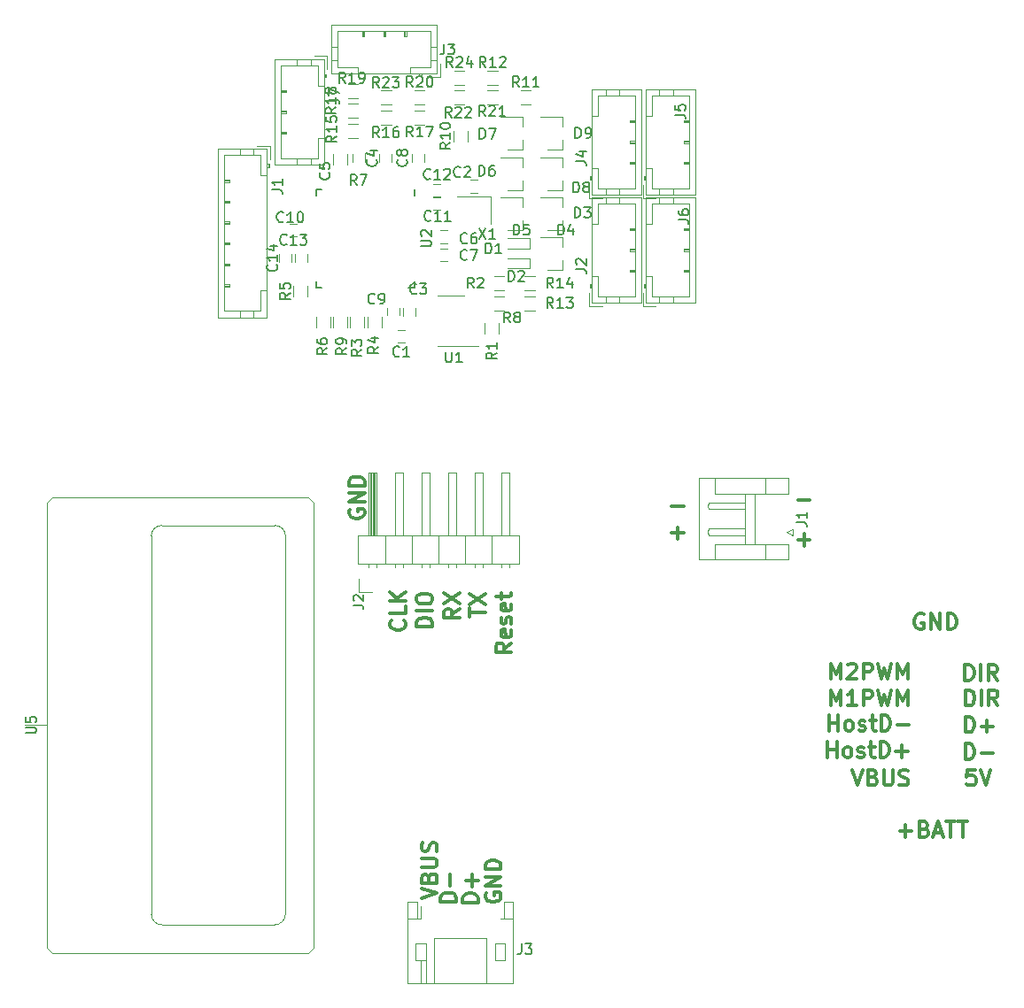
<source format=gto>
G04 #@! TF.FileFunction,Copper,L1,Top,Signal*
%FSLAX46Y46*%
G04 Gerber Fmt 4.6, Leading zero omitted, Abs format (unit mm)*
G04 Created by KiCad (PCBNEW 4.0.7) date *
%MOMM*%
%LPD*%
G01*
G04 APERTURE LIST*
%ADD10C,0.100000*%
%ADD11C,0.300000*%
%ADD12C,0.120000*%
%ADD13C,0.150000*%
G04 APERTURE END LIST*
D10*
X56740082Y-152657074D02*
X58740082Y-152657074D01*
D11*
X103245071Y-144815142D02*
X102530786Y-145315142D01*
X103245071Y-145672285D02*
X101745071Y-145672285D01*
X101745071Y-145100857D01*
X101816500Y-144957999D01*
X101887929Y-144886571D01*
X102030786Y-144815142D01*
X102245071Y-144815142D01*
X102387929Y-144886571D01*
X102459357Y-144957999D01*
X102530786Y-145100857D01*
X102530786Y-145672285D01*
X103173643Y-143600857D02*
X103245071Y-143743714D01*
X103245071Y-144029428D01*
X103173643Y-144172285D01*
X103030786Y-144243714D01*
X102459357Y-144243714D01*
X102316500Y-144172285D01*
X102245071Y-144029428D01*
X102245071Y-143743714D01*
X102316500Y-143600857D01*
X102459357Y-143529428D01*
X102602214Y-143529428D01*
X102745071Y-144243714D01*
X103173643Y-142958000D02*
X103245071Y-142815143D01*
X103245071Y-142529428D01*
X103173643Y-142386571D01*
X103030786Y-142315143D01*
X102959357Y-142315143D01*
X102816500Y-142386571D01*
X102745071Y-142529428D01*
X102745071Y-142743714D01*
X102673643Y-142886571D01*
X102530786Y-142958000D01*
X102459357Y-142958000D01*
X102316500Y-142886571D01*
X102245071Y-142743714D01*
X102245071Y-142529428D01*
X102316500Y-142386571D01*
X103173643Y-141100857D02*
X103245071Y-141243714D01*
X103245071Y-141529428D01*
X103173643Y-141672285D01*
X103030786Y-141743714D01*
X102459357Y-141743714D01*
X102316500Y-141672285D01*
X102245071Y-141529428D01*
X102245071Y-141243714D01*
X102316500Y-141100857D01*
X102459357Y-141029428D01*
X102602214Y-141029428D01*
X102745071Y-141743714D01*
X102245071Y-140600857D02*
X102245071Y-140029428D01*
X101745071Y-140386571D02*
X103030786Y-140386571D01*
X103173643Y-140315143D01*
X103245071Y-140172285D01*
X103245071Y-140029428D01*
X99268571Y-142322857D02*
X99268571Y-141465714D01*
X100768571Y-141894285D02*
X99268571Y-141894285D01*
X99268571Y-141108571D02*
X100768571Y-140108571D01*
X99268571Y-140108571D02*
X100768571Y-141108571D01*
X98292071Y-141556999D02*
X97577786Y-142056999D01*
X98292071Y-142414142D02*
X96792071Y-142414142D01*
X96792071Y-141842714D01*
X96863500Y-141699856D01*
X96934929Y-141628428D01*
X97077786Y-141556999D01*
X97292071Y-141556999D01*
X97434929Y-141628428D01*
X97506357Y-141699856D01*
X97577786Y-141842714D01*
X97577786Y-142414142D01*
X96792071Y-141056999D02*
X98292071Y-140056999D01*
X96792071Y-140056999D02*
X98292071Y-141056999D01*
X95688571Y-143223714D02*
X94188571Y-143223714D01*
X94188571Y-142866571D01*
X94260000Y-142652286D01*
X94402857Y-142509428D01*
X94545714Y-142438000D01*
X94831429Y-142366571D01*
X95045714Y-142366571D01*
X95331429Y-142438000D01*
X95474286Y-142509428D01*
X95617143Y-142652286D01*
X95688571Y-142866571D01*
X95688571Y-143223714D01*
X95688571Y-141723714D02*
X94188571Y-141723714D01*
X94188571Y-140723714D02*
X94188571Y-140438000D01*
X94260000Y-140295142D01*
X94402857Y-140152285D01*
X94688571Y-140080857D01*
X95188571Y-140080857D01*
X95474286Y-140152285D01*
X95617143Y-140295142D01*
X95688571Y-140438000D01*
X95688571Y-140723714D01*
X95617143Y-140866571D01*
X95474286Y-141009428D01*
X95188571Y-141080857D01*
X94688571Y-141080857D01*
X94402857Y-141009428D01*
X94260000Y-140866571D01*
X94188571Y-140723714D01*
X93005714Y-142644357D02*
X93077143Y-142715786D01*
X93148571Y-142930072D01*
X93148571Y-143072929D01*
X93077143Y-143287214D01*
X92934286Y-143430072D01*
X92791429Y-143501500D01*
X92505714Y-143572929D01*
X92291429Y-143572929D01*
X92005714Y-143501500D01*
X91862857Y-143430072D01*
X91720000Y-143287214D01*
X91648571Y-143072929D01*
X91648571Y-142930072D01*
X91720000Y-142715786D01*
X91791429Y-142644357D01*
X93148571Y-141287214D02*
X93148571Y-142001500D01*
X91648571Y-142001500D01*
X93148571Y-140787214D02*
X91648571Y-140787214D01*
X93148571Y-139930071D02*
X92291429Y-140572928D01*
X91648571Y-139930071D02*
X92505714Y-140787214D01*
X142635143Y-142081000D02*
X142492286Y-142009571D01*
X142278000Y-142009571D01*
X142063715Y-142081000D01*
X141920857Y-142223857D01*
X141849429Y-142366714D01*
X141778000Y-142652429D01*
X141778000Y-142866714D01*
X141849429Y-143152429D01*
X141920857Y-143295286D01*
X142063715Y-143438143D01*
X142278000Y-143509571D01*
X142420857Y-143509571D01*
X142635143Y-143438143D01*
X142706572Y-143366714D01*
X142706572Y-142866714D01*
X142420857Y-142866714D01*
X143349429Y-143509571D02*
X143349429Y-142009571D01*
X144206572Y-143509571D01*
X144206572Y-142009571D01*
X144920858Y-143509571D02*
X144920858Y-142009571D01*
X145278001Y-142009571D01*
X145492286Y-142081000D01*
X145635144Y-142223857D01*
X145706572Y-142366714D01*
X145778001Y-142652429D01*
X145778001Y-142866714D01*
X145706572Y-143152429D01*
X145635144Y-143295286D01*
X145492286Y-143438143D01*
X145278001Y-143509571D01*
X144920858Y-143509571D01*
X146596000Y-148399071D02*
X146596000Y-146899071D01*
X146953143Y-146899071D01*
X147167428Y-146970500D01*
X147310286Y-147113357D01*
X147381714Y-147256214D01*
X147453143Y-147541929D01*
X147453143Y-147756214D01*
X147381714Y-148041929D01*
X147310286Y-148184786D01*
X147167428Y-148327643D01*
X146953143Y-148399071D01*
X146596000Y-148399071D01*
X148096000Y-148399071D02*
X148096000Y-146899071D01*
X149667429Y-148399071D02*
X149167429Y-147684786D01*
X148810286Y-148399071D02*
X148810286Y-146899071D01*
X149381714Y-146899071D01*
X149524572Y-146970500D01*
X149596000Y-147041929D01*
X149667429Y-147184786D01*
X149667429Y-147399071D01*
X149596000Y-147541929D01*
X149524572Y-147613357D01*
X149381714Y-147684786D01*
X148810286Y-147684786D01*
X146659500Y-150812071D02*
X146659500Y-149312071D01*
X147016643Y-149312071D01*
X147230928Y-149383500D01*
X147373786Y-149526357D01*
X147445214Y-149669214D01*
X147516643Y-149954929D01*
X147516643Y-150169214D01*
X147445214Y-150454929D01*
X147373786Y-150597786D01*
X147230928Y-150740643D01*
X147016643Y-150812071D01*
X146659500Y-150812071D01*
X148159500Y-150812071D02*
X148159500Y-149312071D01*
X149730929Y-150812071D02*
X149230929Y-150097786D01*
X148873786Y-150812071D02*
X148873786Y-149312071D01*
X149445214Y-149312071D01*
X149588072Y-149383500D01*
X149659500Y-149454929D01*
X149730929Y-149597786D01*
X149730929Y-149812071D01*
X149659500Y-149954929D01*
X149588072Y-150026357D01*
X149445214Y-150097786D01*
X148873786Y-150097786D01*
X133749429Y-148272071D02*
X133749429Y-146772071D01*
X134249429Y-147843500D01*
X134749429Y-146772071D01*
X134749429Y-148272071D01*
X135392286Y-146914929D02*
X135463715Y-146843500D01*
X135606572Y-146772071D01*
X135963715Y-146772071D01*
X136106572Y-146843500D01*
X136178001Y-146914929D01*
X136249429Y-147057786D01*
X136249429Y-147200643D01*
X136178001Y-147414929D01*
X135320858Y-148272071D01*
X136249429Y-148272071D01*
X136892286Y-148272071D02*
X136892286Y-146772071D01*
X137463714Y-146772071D01*
X137606572Y-146843500D01*
X137678000Y-146914929D01*
X137749429Y-147057786D01*
X137749429Y-147272071D01*
X137678000Y-147414929D01*
X137606572Y-147486357D01*
X137463714Y-147557786D01*
X136892286Y-147557786D01*
X138249429Y-146772071D02*
X138606572Y-148272071D01*
X138892286Y-147200643D01*
X139178000Y-148272071D01*
X139535143Y-146772071D01*
X140106572Y-148272071D02*
X140106572Y-146772071D01*
X140606572Y-147843500D01*
X141106572Y-146772071D01*
X141106572Y-148272071D01*
X133749429Y-150812071D02*
X133749429Y-149312071D01*
X134249429Y-150383500D01*
X134749429Y-149312071D01*
X134749429Y-150812071D01*
X136249429Y-150812071D02*
X135392286Y-150812071D01*
X135820858Y-150812071D02*
X135820858Y-149312071D01*
X135678001Y-149526357D01*
X135535143Y-149669214D01*
X135392286Y-149740643D01*
X136892286Y-150812071D02*
X136892286Y-149312071D01*
X137463714Y-149312071D01*
X137606572Y-149383500D01*
X137678000Y-149454929D01*
X137749429Y-149597786D01*
X137749429Y-149812071D01*
X137678000Y-149954929D01*
X137606572Y-150026357D01*
X137463714Y-150097786D01*
X136892286Y-150097786D01*
X138249429Y-149312071D02*
X138606572Y-150812071D01*
X138892286Y-149740643D01*
X139178000Y-150812071D01*
X139535143Y-149312071D01*
X140106572Y-150812071D02*
X140106572Y-149312071D01*
X140606572Y-150383500D01*
X141106572Y-149312071D01*
X141106572Y-150812071D01*
X133479571Y-155765071D02*
X133479571Y-154265071D01*
X133479571Y-154979357D02*
X134336714Y-154979357D01*
X134336714Y-155765071D02*
X134336714Y-154265071D01*
X135265286Y-155765071D02*
X135122428Y-155693643D01*
X135051000Y-155622214D01*
X134979571Y-155479357D01*
X134979571Y-155050786D01*
X135051000Y-154907929D01*
X135122428Y-154836500D01*
X135265286Y-154765071D01*
X135479571Y-154765071D01*
X135622428Y-154836500D01*
X135693857Y-154907929D01*
X135765286Y-155050786D01*
X135765286Y-155479357D01*
X135693857Y-155622214D01*
X135622428Y-155693643D01*
X135479571Y-155765071D01*
X135265286Y-155765071D01*
X136336714Y-155693643D02*
X136479571Y-155765071D01*
X136765286Y-155765071D01*
X136908143Y-155693643D01*
X136979571Y-155550786D01*
X136979571Y-155479357D01*
X136908143Y-155336500D01*
X136765286Y-155265071D01*
X136551000Y-155265071D01*
X136408143Y-155193643D01*
X136336714Y-155050786D01*
X136336714Y-154979357D01*
X136408143Y-154836500D01*
X136551000Y-154765071D01*
X136765286Y-154765071D01*
X136908143Y-154836500D01*
X137408143Y-154765071D02*
X137979572Y-154765071D01*
X137622429Y-154265071D02*
X137622429Y-155550786D01*
X137693857Y-155693643D01*
X137836715Y-155765071D01*
X137979572Y-155765071D01*
X138479572Y-155765071D02*
X138479572Y-154265071D01*
X138836715Y-154265071D01*
X139051000Y-154336500D01*
X139193858Y-154479357D01*
X139265286Y-154622214D01*
X139336715Y-154907929D01*
X139336715Y-155122214D01*
X139265286Y-155407929D01*
X139193858Y-155550786D01*
X139051000Y-155693643D01*
X138836715Y-155765071D01*
X138479572Y-155765071D01*
X139979572Y-155193643D02*
X141122429Y-155193643D01*
X140551000Y-155765071D02*
X140551000Y-154622214D01*
X133606571Y-153225071D02*
X133606571Y-151725071D01*
X133606571Y-152439357D02*
X134463714Y-152439357D01*
X134463714Y-153225071D02*
X134463714Y-151725071D01*
X135392286Y-153225071D02*
X135249428Y-153153643D01*
X135178000Y-153082214D01*
X135106571Y-152939357D01*
X135106571Y-152510786D01*
X135178000Y-152367929D01*
X135249428Y-152296500D01*
X135392286Y-152225071D01*
X135606571Y-152225071D01*
X135749428Y-152296500D01*
X135820857Y-152367929D01*
X135892286Y-152510786D01*
X135892286Y-152939357D01*
X135820857Y-153082214D01*
X135749428Y-153153643D01*
X135606571Y-153225071D01*
X135392286Y-153225071D01*
X136463714Y-153153643D02*
X136606571Y-153225071D01*
X136892286Y-153225071D01*
X137035143Y-153153643D01*
X137106571Y-153010786D01*
X137106571Y-152939357D01*
X137035143Y-152796500D01*
X136892286Y-152725071D01*
X136678000Y-152725071D01*
X136535143Y-152653643D01*
X136463714Y-152510786D01*
X136463714Y-152439357D01*
X136535143Y-152296500D01*
X136678000Y-152225071D01*
X136892286Y-152225071D01*
X137035143Y-152296500D01*
X137535143Y-152225071D02*
X138106572Y-152225071D01*
X137749429Y-151725071D02*
X137749429Y-153010786D01*
X137820857Y-153153643D01*
X137963715Y-153225071D01*
X138106572Y-153225071D01*
X138606572Y-153225071D02*
X138606572Y-151725071D01*
X138963715Y-151725071D01*
X139178000Y-151796500D01*
X139320858Y-151939357D01*
X139392286Y-152082214D01*
X139463715Y-152367929D01*
X139463715Y-152582214D01*
X139392286Y-152867929D01*
X139320858Y-153010786D01*
X139178000Y-153153643D01*
X138963715Y-153225071D01*
X138606572Y-153225071D01*
X140106572Y-152653643D02*
X141249429Y-152653643D01*
X146647572Y-153352071D02*
X146647572Y-151852071D01*
X147004715Y-151852071D01*
X147219000Y-151923500D01*
X147361858Y-152066357D01*
X147433286Y-152209214D01*
X147504715Y-152494929D01*
X147504715Y-152709214D01*
X147433286Y-152994929D01*
X147361858Y-153137786D01*
X147219000Y-153280643D01*
X147004715Y-153352071D01*
X146647572Y-153352071D01*
X148147572Y-152780643D02*
X149290429Y-152780643D01*
X148719000Y-153352071D02*
X148719000Y-152209214D01*
X146647572Y-155955571D02*
X146647572Y-154455571D01*
X147004715Y-154455571D01*
X147219000Y-154527000D01*
X147361858Y-154669857D01*
X147433286Y-154812714D01*
X147504715Y-155098429D01*
X147504715Y-155312714D01*
X147433286Y-155598429D01*
X147361858Y-155741286D01*
X147219000Y-155884143D01*
X147004715Y-155955571D01*
X146647572Y-155955571D01*
X148147572Y-155384143D02*
X149290429Y-155384143D01*
X135821000Y-156932071D02*
X136321000Y-158432071D01*
X136821000Y-156932071D01*
X137821000Y-157646357D02*
X138035286Y-157717786D01*
X138106714Y-157789214D01*
X138178143Y-157932071D01*
X138178143Y-158146357D01*
X138106714Y-158289214D01*
X138035286Y-158360643D01*
X137892428Y-158432071D01*
X137321000Y-158432071D01*
X137321000Y-156932071D01*
X137821000Y-156932071D01*
X137963857Y-157003500D01*
X138035286Y-157074929D01*
X138106714Y-157217786D01*
X138106714Y-157360643D01*
X138035286Y-157503500D01*
X137963857Y-157574929D01*
X137821000Y-157646357D01*
X137321000Y-157646357D01*
X138821000Y-156932071D02*
X138821000Y-158146357D01*
X138892428Y-158289214D01*
X138963857Y-158360643D01*
X139106714Y-158432071D01*
X139392428Y-158432071D01*
X139535286Y-158360643D01*
X139606714Y-158289214D01*
X139678143Y-158146357D01*
X139678143Y-156932071D01*
X140321000Y-158360643D02*
X140535286Y-158432071D01*
X140892429Y-158432071D01*
X141035286Y-158360643D01*
X141106715Y-158289214D01*
X141178143Y-158146357D01*
X141178143Y-158003500D01*
X141106715Y-157860643D01*
X141035286Y-157789214D01*
X140892429Y-157717786D01*
X140606715Y-157646357D01*
X140463857Y-157574929D01*
X140392429Y-157503500D01*
X140321000Y-157360643D01*
X140321000Y-157217786D01*
X140392429Y-157074929D01*
X140463857Y-157003500D01*
X140606715Y-156932071D01*
X140963857Y-156932071D01*
X141178143Y-157003500D01*
X147556287Y-156932071D02*
X146842001Y-156932071D01*
X146770572Y-157646357D01*
X146842001Y-157574929D01*
X146984858Y-157503500D01*
X147342001Y-157503500D01*
X147484858Y-157574929D01*
X147556287Y-157646357D01*
X147627715Y-157789214D01*
X147627715Y-158146357D01*
X147556287Y-158289214D01*
X147484858Y-158360643D01*
X147342001Y-158432071D01*
X146984858Y-158432071D01*
X146842001Y-158360643D01*
X146770572Y-158289214D01*
X148056286Y-156932071D02*
X148556286Y-158432071D01*
X149056286Y-156932071D01*
X140353358Y-162813643D02*
X141496215Y-162813643D01*
X140924786Y-163385071D02*
X140924786Y-162242214D01*
X142710501Y-162599357D02*
X142924787Y-162670786D01*
X142996215Y-162742214D01*
X143067644Y-162885071D01*
X143067644Y-163099357D01*
X142996215Y-163242214D01*
X142924787Y-163313643D01*
X142781929Y-163385071D01*
X142210501Y-163385071D01*
X142210501Y-161885071D01*
X142710501Y-161885071D01*
X142853358Y-161956500D01*
X142924787Y-162027929D01*
X142996215Y-162170786D01*
X142996215Y-162313643D01*
X142924787Y-162456500D01*
X142853358Y-162527929D01*
X142710501Y-162599357D01*
X142210501Y-162599357D01*
X143639072Y-162956500D02*
X144353358Y-162956500D01*
X143496215Y-163385071D02*
X143996215Y-161885071D01*
X144496215Y-163385071D01*
X144781929Y-161885071D02*
X145639072Y-161885071D01*
X145210501Y-163385071D02*
X145210501Y-161885071D01*
X145924786Y-161885071D02*
X146781929Y-161885071D01*
X146353358Y-163385071D02*
X146353358Y-161885071D01*
X100800500Y-168738857D02*
X100729071Y-168881714D01*
X100729071Y-169096000D01*
X100800500Y-169310285D01*
X100943357Y-169453143D01*
X101086214Y-169524571D01*
X101371929Y-169596000D01*
X101586214Y-169596000D01*
X101871929Y-169524571D01*
X102014786Y-169453143D01*
X102157643Y-169310285D01*
X102229071Y-169096000D01*
X102229071Y-168953143D01*
X102157643Y-168738857D01*
X102086214Y-168667428D01*
X101586214Y-168667428D01*
X101586214Y-168953143D01*
X102229071Y-168024571D02*
X100729071Y-168024571D01*
X102229071Y-167167428D01*
X100729071Y-167167428D01*
X102229071Y-166453142D02*
X100729071Y-166453142D01*
X100729071Y-166095999D01*
X100800500Y-165881714D01*
X100943357Y-165738856D01*
X101086214Y-165667428D01*
X101371929Y-165595999D01*
X101586214Y-165595999D01*
X101871929Y-165667428D01*
X102014786Y-165738856D01*
X102157643Y-165881714D01*
X102229071Y-166095999D01*
X102229071Y-166453142D01*
X97974571Y-169552428D02*
X96474571Y-169552428D01*
X96474571Y-169195285D01*
X96546000Y-168981000D01*
X96688857Y-168838142D01*
X96831714Y-168766714D01*
X97117429Y-168695285D01*
X97331714Y-168695285D01*
X97617429Y-168766714D01*
X97760286Y-168838142D01*
X97903143Y-168981000D01*
X97974571Y-169195285D01*
X97974571Y-169552428D01*
X97403143Y-168052428D02*
X97403143Y-166909571D01*
X100070071Y-169615928D02*
X98570071Y-169615928D01*
X98570071Y-169258785D01*
X98641500Y-169044500D01*
X98784357Y-168901642D01*
X98927214Y-168830214D01*
X99212929Y-168758785D01*
X99427214Y-168758785D01*
X99712929Y-168830214D01*
X99855786Y-168901642D01*
X99998643Y-169044500D01*
X100070071Y-169258785D01*
X100070071Y-169615928D01*
X99498643Y-168115928D02*
X99498643Y-166973071D01*
X100070071Y-167544500D02*
X98927214Y-167544500D01*
X94633071Y-169266500D02*
X96133071Y-168766500D01*
X94633071Y-168266500D01*
X95347357Y-167266500D02*
X95418786Y-167052214D01*
X95490214Y-166980786D01*
X95633071Y-166909357D01*
X95847357Y-166909357D01*
X95990214Y-166980786D01*
X96061643Y-167052214D01*
X96133071Y-167195072D01*
X96133071Y-167766500D01*
X94633071Y-167766500D01*
X94633071Y-167266500D01*
X94704500Y-167123643D01*
X94775929Y-167052214D01*
X94918786Y-166980786D01*
X95061643Y-166980786D01*
X95204500Y-167052214D01*
X95275929Y-167123643D01*
X95347357Y-167266500D01*
X95347357Y-167766500D01*
X94633071Y-166266500D02*
X95847357Y-166266500D01*
X95990214Y-166195072D01*
X96061643Y-166123643D01*
X96133071Y-165980786D01*
X96133071Y-165695072D01*
X96061643Y-165552214D01*
X95990214Y-165480786D01*
X95847357Y-165409357D01*
X94633071Y-165409357D01*
X96061643Y-164766500D02*
X96133071Y-164552214D01*
X96133071Y-164195071D01*
X96061643Y-164052214D01*
X95990214Y-163980785D01*
X95847357Y-163909357D01*
X95704500Y-163909357D01*
X95561643Y-163980785D01*
X95490214Y-164052214D01*
X95418786Y-164195071D01*
X95347357Y-164480785D01*
X95275929Y-164623643D01*
X95204500Y-164695071D01*
X95061643Y-164766500D01*
X94918786Y-164766500D01*
X94775929Y-164695071D01*
X94704500Y-164623643D01*
X94633071Y-164480785D01*
X94633071Y-164123643D01*
X94704500Y-163909357D01*
X87783000Y-132035857D02*
X87711571Y-132178714D01*
X87711571Y-132393000D01*
X87783000Y-132607285D01*
X87925857Y-132750143D01*
X88068714Y-132821571D01*
X88354429Y-132893000D01*
X88568714Y-132893000D01*
X88854429Y-132821571D01*
X88997286Y-132750143D01*
X89140143Y-132607285D01*
X89211571Y-132393000D01*
X89211571Y-132250143D01*
X89140143Y-132035857D01*
X89068714Y-131964428D01*
X88568714Y-131964428D01*
X88568714Y-132250143D01*
X89211571Y-131321571D02*
X87711571Y-131321571D01*
X89211571Y-130464428D01*
X87711571Y-130464428D01*
X89211571Y-129750142D02*
X87711571Y-129750142D01*
X87711571Y-129392999D01*
X87783000Y-129178714D01*
X87925857Y-129035856D01*
X88068714Y-128964428D01*
X88354429Y-128892999D01*
X88568714Y-128892999D01*
X88854429Y-128964428D01*
X88997286Y-129035856D01*
X89140143Y-129178714D01*
X89211571Y-129392999D01*
X89211571Y-129750142D01*
X118568572Y-131762143D02*
X119711429Y-131762143D01*
X130633572Y-131127143D02*
X131776429Y-131127143D01*
X130633572Y-134937143D02*
X131776429Y-134937143D01*
X131205000Y-135508571D02*
X131205000Y-134365714D01*
X118568572Y-134302143D02*
X119711429Y-134302143D01*
X119140000Y-134873571D02*
X119140000Y-133730714D01*
D12*
X85340000Y-88950000D02*
X80640000Y-88950000D01*
X80640000Y-88950000D02*
X80640000Y-99050000D01*
X80640000Y-99050000D02*
X85340000Y-99050000D01*
X85340000Y-99050000D02*
X85340000Y-88950000D01*
X85340000Y-91500000D02*
X84740000Y-91500000D01*
X84740000Y-91500000D02*
X84740000Y-89550000D01*
X84740000Y-89550000D02*
X81240000Y-89550000D01*
X81240000Y-89550000D02*
X81240000Y-98450000D01*
X81240000Y-98450000D02*
X84740000Y-98450000D01*
X84740000Y-98450000D02*
X84740000Y-96500000D01*
X84740000Y-96500000D02*
X85340000Y-96500000D01*
X84040000Y-88950000D02*
X84040000Y-89550000D01*
X82740000Y-88950000D02*
X82740000Y-89550000D01*
X84040000Y-99050000D02*
X84040000Y-98450000D01*
X82740000Y-99050000D02*
X82740000Y-98450000D01*
X85340000Y-90700000D02*
X85540000Y-90700000D01*
X85540000Y-90700000D02*
X85540000Y-90400000D01*
X85540000Y-90400000D02*
X85340000Y-90400000D01*
X85440000Y-90700000D02*
X85440000Y-90400000D01*
X81240000Y-91900000D02*
X81740000Y-91900000D01*
X81740000Y-91900000D02*
X81740000Y-92100000D01*
X81740000Y-92100000D02*
X81240000Y-92100000D01*
X81240000Y-92000000D02*
X81740000Y-92000000D01*
X81240000Y-93900000D02*
X81740000Y-93900000D01*
X81740000Y-93900000D02*
X81740000Y-94100000D01*
X81740000Y-94100000D02*
X81240000Y-94100000D01*
X81240000Y-94000000D02*
X81740000Y-94000000D01*
X81240000Y-95900000D02*
X81740000Y-95900000D01*
X81740000Y-95900000D02*
X81740000Y-96100000D01*
X81740000Y-96100000D02*
X81240000Y-96100000D01*
X81240000Y-96000000D02*
X81740000Y-96000000D01*
X85640000Y-89900000D02*
X85640000Y-88650000D01*
X85640000Y-88650000D02*
X84390000Y-88650000D01*
X96131000Y-90351000D02*
X96131000Y-85651000D01*
X96131000Y-85651000D02*
X86031000Y-85651000D01*
X86031000Y-85651000D02*
X86031000Y-90351000D01*
X86031000Y-90351000D02*
X96131000Y-90351000D01*
X93581000Y-90351000D02*
X93581000Y-89751000D01*
X93581000Y-89751000D02*
X95531000Y-89751000D01*
X95531000Y-89751000D02*
X95531000Y-86251000D01*
X95531000Y-86251000D02*
X86631000Y-86251000D01*
X86631000Y-86251000D02*
X86631000Y-89751000D01*
X86631000Y-89751000D02*
X88581000Y-89751000D01*
X88581000Y-89751000D02*
X88581000Y-90351000D01*
X96131000Y-89051000D02*
X95531000Y-89051000D01*
X96131000Y-87751000D02*
X95531000Y-87751000D01*
X86031000Y-89051000D02*
X86631000Y-89051000D01*
X86031000Y-87751000D02*
X86631000Y-87751000D01*
X94381000Y-90351000D02*
X94381000Y-90551000D01*
X94381000Y-90551000D02*
X94681000Y-90551000D01*
X94681000Y-90551000D02*
X94681000Y-90351000D01*
X94381000Y-90451000D02*
X94681000Y-90451000D01*
X93181000Y-86251000D02*
X93181000Y-86751000D01*
X93181000Y-86751000D02*
X92981000Y-86751000D01*
X92981000Y-86751000D02*
X92981000Y-86251000D01*
X93081000Y-86251000D02*
X93081000Y-86751000D01*
X91181000Y-86251000D02*
X91181000Y-86751000D01*
X91181000Y-86751000D02*
X90981000Y-86751000D01*
X90981000Y-86751000D02*
X90981000Y-86251000D01*
X91081000Y-86251000D02*
X91081000Y-86751000D01*
X89181000Y-86251000D02*
X89181000Y-86751000D01*
X89181000Y-86751000D02*
X88981000Y-86751000D01*
X88981000Y-86751000D02*
X88981000Y-86251000D01*
X89081000Y-86251000D02*
X89081000Y-86751000D01*
X95181000Y-90651000D02*
X96431000Y-90651000D01*
X96431000Y-90651000D02*
X96431000Y-89401000D01*
X84574500Y-114590000D02*
X84574500Y-113590000D01*
X85934500Y-113590000D02*
X85934500Y-114590000D01*
X83775500Y-110645000D02*
X83775500Y-111645000D01*
X82415500Y-111645000D02*
X82415500Y-110645000D01*
X92346000Y-114875000D02*
X93046000Y-114875000D01*
X93046000Y-116075000D02*
X92346000Y-116075000D01*
X99331000Y-100524000D02*
X100031000Y-100524000D01*
X100031000Y-101724000D02*
X99331000Y-101724000D01*
X92909500Y-113487500D02*
X92909500Y-112787500D01*
X94109500Y-112787500D02*
X94109500Y-113487500D01*
X91760000Y-98055500D02*
X91760000Y-98755500D01*
X90560000Y-98755500D02*
X90560000Y-98055500D01*
X89220000Y-98055500D02*
X89220000Y-98755500D01*
X88020000Y-98755500D02*
X88020000Y-98055500D01*
X97149500Y-106550000D02*
X96449500Y-106550000D01*
X96449500Y-105350000D02*
X97149500Y-105350000D01*
X97149500Y-108264500D02*
X96449500Y-108264500D01*
X96449500Y-107064500D02*
X97149500Y-107064500D01*
X94935000Y-98055500D02*
X94935000Y-98755500D01*
X93735000Y-98755500D02*
X93735000Y-98055500D01*
X91385500Y-113463500D02*
X91385500Y-112763500D01*
X92585500Y-112763500D02*
X92585500Y-113463500D01*
X82035000Y-104715000D02*
X82735000Y-104715000D01*
X82735000Y-105915000D02*
X82035000Y-105915000D01*
X96475000Y-103375000D02*
X95775000Y-103375000D01*
X95775000Y-102175000D02*
X96475000Y-102175000D01*
X96475000Y-102105000D02*
X95775000Y-102105000D01*
X95775000Y-100905000D02*
X96475000Y-100905000D01*
X82535000Y-108320000D02*
X82535000Y-107620000D01*
X83735000Y-107620000D02*
X83735000Y-108320000D01*
X81035000Y-108320000D02*
X81035000Y-107620000D01*
X82235000Y-107620000D02*
X82235000Y-108320000D01*
X104995000Y-107085000D02*
X104995000Y-106085000D01*
X104995000Y-106085000D02*
X102895000Y-106085000D01*
X104995000Y-107085000D02*
X102895000Y-107085000D01*
X104995000Y-108990000D02*
X104995000Y-107990000D01*
X104995000Y-107990000D02*
X102895000Y-107990000D01*
X104995000Y-108990000D02*
X102895000Y-108990000D01*
X108160000Y-105310000D02*
X108160000Y-104380000D01*
X108160000Y-102150000D02*
X108160000Y-103080000D01*
X108160000Y-102150000D02*
X106000000Y-102150000D01*
X108160000Y-105310000D02*
X106700000Y-105310000D01*
X108160000Y-109120000D02*
X108160000Y-108190000D01*
X108160000Y-105960000D02*
X108160000Y-106890000D01*
X108160000Y-105960000D02*
X106000000Y-105960000D01*
X108160000Y-109120000D02*
X106700000Y-109120000D01*
X104350000Y-105310000D02*
X104350000Y-104380000D01*
X104350000Y-102150000D02*
X104350000Y-103080000D01*
X104350000Y-102150000D02*
X102190000Y-102150000D01*
X104350000Y-105310000D02*
X102890000Y-105310000D01*
X104350000Y-101500000D02*
X104350000Y-100570000D01*
X104350000Y-98340000D02*
X104350000Y-99270000D01*
X104350000Y-98340000D02*
X102190000Y-98340000D01*
X104350000Y-101500000D02*
X102890000Y-101500000D01*
X104350000Y-97626500D02*
X104350000Y-96696500D01*
X104350000Y-94466500D02*
X104350000Y-95396500D01*
X104350000Y-94466500D02*
X102190000Y-94466500D01*
X104350000Y-97626500D02*
X102890000Y-97626500D01*
X108160000Y-101500000D02*
X108160000Y-100570000D01*
X108160000Y-98340000D02*
X108160000Y-99270000D01*
X108160000Y-98340000D02*
X106000000Y-98340000D01*
X108160000Y-101500000D02*
X106700000Y-101500000D01*
X108160000Y-97626500D02*
X108160000Y-96696500D01*
X108160000Y-94466500D02*
X108160000Y-95396500D01*
X108160000Y-94466500D02*
X106000000Y-94466500D01*
X108160000Y-97626500D02*
X106700000Y-97626500D01*
X79879000Y-97551500D02*
X75179000Y-97551500D01*
X75179000Y-97551500D02*
X75179000Y-113651500D01*
X75179000Y-113651500D02*
X79879000Y-113651500D01*
X79879000Y-113651500D02*
X79879000Y-97551500D01*
X79879000Y-100101500D02*
X79279000Y-100101500D01*
X79279000Y-100101500D02*
X79279000Y-98151500D01*
X79279000Y-98151500D02*
X75779000Y-98151500D01*
X75779000Y-98151500D02*
X75779000Y-113051500D01*
X75779000Y-113051500D02*
X79279000Y-113051500D01*
X79279000Y-113051500D02*
X79279000Y-111101500D01*
X79279000Y-111101500D02*
X79879000Y-111101500D01*
X78579000Y-97551500D02*
X78579000Y-98151500D01*
X77279000Y-97551500D02*
X77279000Y-98151500D01*
X78579000Y-113651500D02*
X78579000Y-113051500D01*
X77279000Y-113651500D02*
X77279000Y-113051500D01*
X79879000Y-99301500D02*
X80079000Y-99301500D01*
X80079000Y-99301500D02*
X80079000Y-99001500D01*
X80079000Y-99001500D02*
X79879000Y-99001500D01*
X79979000Y-99301500D02*
X79979000Y-99001500D01*
X75779000Y-100501500D02*
X76279000Y-100501500D01*
X76279000Y-100501500D02*
X76279000Y-100701500D01*
X76279000Y-100701500D02*
X75779000Y-100701500D01*
X75779000Y-100601500D02*
X76279000Y-100601500D01*
X75779000Y-102501500D02*
X76279000Y-102501500D01*
X76279000Y-102501500D02*
X76279000Y-102701500D01*
X76279000Y-102701500D02*
X75779000Y-102701500D01*
X75779000Y-102601500D02*
X76279000Y-102601500D01*
X75779000Y-104501500D02*
X76279000Y-104501500D01*
X76279000Y-104501500D02*
X76279000Y-104701500D01*
X76279000Y-104701500D02*
X75779000Y-104701500D01*
X75779000Y-104601500D02*
X76279000Y-104601500D01*
X75779000Y-106501500D02*
X76279000Y-106501500D01*
X76279000Y-106501500D02*
X76279000Y-106701500D01*
X76279000Y-106701500D02*
X75779000Y-106701500D01*
X75779000Y-106601500D02*
X76279000Y-106601500D01*
X75779000Y-108501500D02*
X76279000Y-108501500D01*
X76279000Y-108501500D02*
X76279000Y-108701500D01*
X76279000Y-108701500D02*
X75779000Y-108701500D01*
X75779000Y-108601500D02*
X76279000Y-108601500D01*
X75779000Y-110501500D02*
X76279000Y-110501500D01*
X76279000Y-110501500D02*
X76279000Y-110701500D01*
X76279000Y-110701500D02*
X75779000Y-110701500D01*
X75779000Y-110601500D02*
X76279000Y-110601500D01*
X80179000Y-98501500D02*
X80179000Y-97251500D01*
X80179000Y-97251500D02*
X78929000Y-97251500D01*
X110950000Y-112254500D02*
X115650000Y-112254500D01*
X115650000Y-112254500D02*
X115650000Y-102154500D01*
X115650000Y-102154500D02*
X110950000Y-102154500D01*
X110950000Y-102154500D02*
X110950000Y-112254500D01*
X110950000Y-109704500D02*
X111550000Y-109704500D01*
X111550000Y-109704500D02*
X111550000Y-111654500D01*
X111550000Y-111654500D02*
X115050000Y-111654500D01*
X115050000Y-111654500D02*
X115050000Y-102754500D01*
X115050000Y-102754500D02*
X111550000Y-102754500D01*
X111550000Y-102754500D02*
X111550000Y-104704500D01*
X111550000Y-104704500D02*
X110950000Y-104704500D01*
X112250000Y-112254500D02*
X112250000Y-111654500D01*
X113550000Y-112254500D02*
X113550000Y-111654500D01*
X112250000Y-102154500D02*
X112250000Y-102754500D01*
X113550000Y-102154500D02*
X113550000Y-102754500D01*
X110950000Y-110504500D02*
X110750000Y-110504500D01*
X110750000Y-110504500D02*
X110750000Y-110804500D01*
X110750000Y-110804500D02*
X110950000Y-110804500D01*
X110850000Y-110504500D02*
X110850000Y-110804500D01*
X115050000Y-109304500D02*
X114550000Y-109304500D01*
X114550000Y-109304500D02*
X114550000Y-109104500D01*
X114550000Y-109104500D02*
X115050000Y-109104500D01*
X115050000Y-109204500D02*
X114550000Y-109204500D01*
X115050000Y-107304500D02*
X114550000Y-107304500D01*
X114550000Y-107304500D02*
X114550000Y-107104500D01*
X114550000Y-107104500D02*
X115050000Y-107104500D01*
X115050000Y-107204500D02*
X114550000Y-107204500D01*
X115050000Y-105304500D02*
X114550000Y-105304500D01*
X114550000Y-105304500D02*
X114550000Y-105104500D01*
X114550000Y-105104500D02*
X115050000Y-105104500D01*
X115050000Y-105204500D02*
X114550000Y-105204500D01*
X110650000Y-111304500D02*
X110650000Y-112554500D01*
X110650000Y-112554500D02*
X111900000Y-112554500D01*
X110950000Y-101935500D02*
X115650000Y-101935500D01*
X115650000Y-101935500D02*
X115650000Y-91835500D01*
X115650000Y-91835500D02*
X110950000Y-91835500D01*
X110950000Y-91835500D02*
X110950000Y-101935500D01*
X110950000Y-99385500D02*
X111550000Y-99385500D01*
X111550000Y-99385500D02*
X111550000Y-101335500D01*
X111550000Y-101335500D02*
X115050000Y-101335500D01*
X115050000Y-101335500D02*
X115050000Y-92435500D01*
X115050000Y-92435500D02*
X111550000Y-92435500D01*
X111550000Y-92435500D02*
X111550000Y-94385500D01*
X111550000Y-94385500D02*
X110950000Y-94385500D01*
X112250000Y-101935500D02*
X112250000Y-101335500D01*
X113550000Y-101935500D02*
X113550000Y-101335500D01*
X112250000Y-91835500D02*
X112250000Y-92435500D01*
X113550000Y-91835500D02*
X113550000Y-92435500D01*
X110950000Y-100185500D02*
X110750000Y-100185500D01*
X110750000Y-100185500D02*
X110750000Y-100485500D01*
X110750000Y-100485500D02*
X110950000Y-100485500D01*
X110850000Y-100185500D02*
X110850000Y-100485500D01*
X115050000Y-98985500D02*
X114550000Y-98985500D01*
X114550000Y-98985500D02*
X114550000Y-98785500D01*
X114550000Y-98785500D02*
X115050000Y-98785500D01*
X115050000Y-98885500D02*
X114550000Y-98885500D01*
X115050000Y-96985500D02*
X114550000Y-96985500D01*
X114550000Y-96985500D02*
X114550000Y-96785500D01*
X114550000Y-96785500D02*
X115050000Y-96785500D01*
X115050000Y-96885500D02*
X114550000Y-96885500D01*
X115050000Y-94985500D02*
X114550000Y-94985500D01*
X114550000Y-94985500D02*
X114550000Y-94785500D01*
X114550000Y-94785500D02*
X115050000Y-94785500D01*
X115050000Y-94885500D02*
X114550000Y-94885500D01*
X110650000Y-100985500D02*
X110650000Y-102235500D01*
X110650000Y-102235500D02*
X111900000Y-102235500D01*
X116093500Y-101935000D02*
X120793500Y-101935000D01*
X120793500Y-101935000D02*
X120793500Y-91835000D01*
X120793500Y-91835000D02*
X116093500Y-91835000D01*
X116093500Y-91835000D02*
X116093500Y-101935000D01*
X116093500Y-99385000D02*
X116693500Y-99385000D01*
X116693500Y-99385000D02*
X116693500Y-101335000D01*
X116693500Y-101335000D02*
X120193500Y-101335000D01*
X120193500Y-101335000D02*
X120193500Y-92435000D01*
X120193500Y-92435000D02*
X116693500Y-92435000D01*
X116693500Y-92435000D02*
X116693500Y-94385000D01*
X116693500Y-94385000D02*
X116093500Y-94385000D01*
X117393500Y-101935000D02*
X117393500Y-101335000D01*
X118693500Y-101935000D02*
X118693500Y-101335000D01*
X117393500Y-91835000D02*
X117393500Y-92435000D01*
X118693500Y-91835000D02*
X118693500Y-92435000D01*
X116093500Y-100185000D02*
X115893500Y-100185000D01*
X115893500Y-100185000D02*
X115893500Y-100485000D01*
X115893500Y-100485000D02*
X116093500Y-100485000D01*
X115993500Y-100185000D02*
X115993500Y-100485000D01*
X120193500Y-98985000D02*
X119693500Y-98985000D01*
X119693500Y-98985000D02*
X119693500Y-98785000D01*
X119693500Y-98785000D02*
X120193500Y-98785000D01*
X120193500Y-98885000D02*
X119693500Y-98885000D01*
X120193500Y-96985000D02*
X119693500Y-96985000D01*
X119693500Y-96985000D02*
X119693500Y-96785000D01*
X119693500Y-96785000D02*
X120193500Y-96785000D01*
X120193500Y-96885000D02*
X119693500Y-96885000D01*
X120193500Y-94985000D02*
X119693500Y-94985000D01*
X119693500Y-94985000D02*
X119693500Y-94785000D01*
X119693500Y-94785000D02*
X120193500Y-94785000D01*
X120193500Y-94885000D02*
X119693500Y-94885000D01*
X115793500Y-100985000D02*
X115793500Y-102235000D01*
X115793500Y-102235000D02*
X117043500Y-102235000D01*
X116093500Y-112254500D02*
X120793500Y-112254500D01*
X120793500Y-112254500D02*
X120793500Y-102154500D01*
X120793500Y-102154500D02*
X116093500Y-102154500D01*
X116093500Y-102154500D02*
X116093500Y-112254500D01*
X116093500Y-109704500D02*
X116693500Y-109704500D01*
X116693500Y-109704500D02*
X116693500Y-111654500D01*
X116693500Y-111654500D02*
X120193500Y-111654500D01*
X120193500Y-111654500D02*
X120193500Y-102754500D01*
X120193500Y-102754500D02*
X116693500Y-102754500D01*
X116693500Y-102754500D02*
X116693500Y-104704500D01*
X116693500Y-104704500D02*
X116093500Y-104704500D01*
X117393500Y-112254500D02*
X117393500Y-111654500D01*
X118693500Y-112254500D02*
X118693500Y-111654500D01*
X117393500Y-102154500D02*
X117393500Y-102754500D01*
X118693500Y-102154500D02*
X118693500Y-102754500D01*
X116093500Y-110504500D02*
X115893500Y-110504500D01*
X115893500Y-110504500D02*
X115893500Y-110804500D01*
X115893500Y-110804500D02*
X116093500Y-110804500D01*
X115993500Y-110504500D02*
X115993500Y-110804500D01*
X120193500Y-109304500D02*
X119693500Y-109304500D01*
X119693500Y-109304500D02*
X119693500Y-109104500D01*
X119693500Y-109104500D02*
X120193500Y-109104500D01*
X120193500Y-109204500D02*
X119693500Y-109204500D01*
X120193500Y-107304500D02*
X119693500Y-107304500D01*
X119693500Y-107304500D02*
X119693500Y-107104500D01*
X119693500Y-107104500D02*
X120193500Y-107104500D01*
X120193500Y-107204500D02*
X119693500Y-107204500D01*
X120193500Y-105304500D02*
X119693500Y-105304500D01*
X119693500Y-105304500D02*
X119693500Y-105104500D01*
X119693500Y-105104500D02*
X120193500Y-105104500D01*
X120193500Y-105204500D02*
X119693500Y-105204500D01*
X115793500Y-111304500D02*
X115793500Y-112554500D01*
X115793500Y-112554500D02*
X117043500Y-112554500D01*
X102063500Y-114225000D02*
X102063500Y-115225000D01*
X100703500Y-115225000D02*
X100703500Y-114225000D01*
X102570000Y-111075000D02*
X101570000Y-111075000D01*
X101570000Y-109715000D02*
X102570000Y-109715000D01*
X89173000Y-113590000D02*
X89173000Y-114590000D01*
X87813000Y-114590000D02*
X87813000Y-113590000D01*
X89464000Y-114590000D02*
X89464000Y-113590000D01*
X90824000Y-113590000D02*
X90824000Y-114590000D01*
X86162000Y-99032500D02*
X86162000Y-98032500D01*
X87522000Y-98032500D02*
X87522000Y-99032500D01*
X102570000Y-112980000D02*
X101570000Y-112980000D01*
X101570000Y-111620000D02*
X102570000Y-111620000D01*
X86225500Y-114590000D02*
X86225500Y-113590000D01*
X87585500Y-113590000D02*
X87585500Y-114590000D01*
X99079000Y-95810000D02*
X99079000Y-96810000D01*
X97719000Y-96810000D02*
X97719000Y-95810000D01*
X105110000Y-93295000D02*
X104110000Y-93295000D01*
X104110000Y-91935000D02*
X105110000Y-91935000D01*
X101935000Y-91390000D02*
X100935000Y-91390000D01*
X100935000Y-90030000D02*
X101935000Y-90030000D01*
X105515000Y-112980000D02*
X104515000Y-112980000D01*
X104515000Y-111620000D02*
X105515000Y-111620000D01*
X105515000Y-111075000D02*
X104515000Y-111075000D01*
X104515000Y-109715000D02*
X105515000Y-109715000D01*
X88600000Y-96470000D02*
X87600000Y-96470000D01*
X87600000Y-95110000D02*
X88600000Y-95110000D01*
X91775000Y-95200000D02*
X90775000Y-95200000D01*
X90775000Y-93840000D02*
X91775000Y-93840000D01*
X94950000Y-95200000D02*
X93950000Y-95200000D01*
X93950000Y-93840000D02*
X94950000Y-93840000D01*
X88600000Y-94565000D02*
X87600000Y-94565000D01*
X87600000Y-93205000D02*
X88600000Y-93205000D01*
X88600000Y-92660000D02*
X87600000Y-92660000D01*
X87600000Y-91300000D02*
X88600000Y-91300000D01*
X94950000Y-93295000D02*
X93950000Y-93295000D01*
X93950000Y-91935000D02*
X94950000Y-91935000D01*
X101935000Y-93295000D02*
X100935000Y-93295000D01*
X100935000Y-91935000D02*
X101935000Y-91935000D01*
X98760000Y-93295000D02*
X97760000Y-93295000D01*
X97760000Y-91935000D02*
X98760000Y-91935000D01*
X91775000Y-93295000D02*
X90775000Y-93295000D01*
X90775000Y-91935000D02*
X91775000Y-91935000D01*
X98760000Y-91390000D02*
X97760000Y-91390000D01*
X97760000Y-90030000D02*
X98760000Y-90030000D01*
X96155000Y-111575000D02*
X98755000Y-111575000D01*
X100055000Y-116375000D02*
X96155000Y-116375000D01*
D13*
X93950000Y-110805000D02*
X93375000Y-110805000D01*
X84550000Y-101405000D02*
X85125000Y-101405000D01*
X84550000Y-110805000D02*
X85125000Y-110805000D01*
X93950000Y-101405000D02*
X93950000Y-101980000D01*
X84550000Y-101405000D02*
X84550000Y-101980000D01*
X84550000Y-110805000D02*
X84550000Y-110230000D01*
X93950000Y-110805000D02*
X93950000Y-110230000D01*
D12*
X101230000Y-104695000D02*
X101230000Y-102095000D01*
X101230000Y-102095000D02*
X98030000Y-102095000D01*
D10*
X68820000Y-134560000D02*
G75*
G02X69820000Y-133560000I1000000J0D01*
G01*
X80640000Y-133560000D02*
G75*
G02X81640000Y-134560000I0J-1000000D01*
G01*
X68820000Y-134560000D02*
X68820000Y-170760000D01*
X69818255Y-171759998D02*
G75*
G02X68820000Y-170760000I1745J999998D01*
G01*
X58870000Y-131360000D02*
X59370000Y-130860000D01*
X58870000Y-173960000D02*
X58870000Y-131360000D01*
X81640000Y-170760000D02*
G75*
G02X80640000Y-171760000I-1000000J0D01*
G01*
X83840000Y-130860000D02*
X59370000Y-130860000D01*
X84340000Y-131360000D02*
X84340000Y-173960000D01*
X83840000Y-174460000D02*
X59370000Y-174460000D01*
X80640000Y-133560000D02*
X69820000Y-133560000D01*
X84340000Y-173960000D02*
X83840000Y-174460000D01*
X83840000Y-130860000D02*
X84340000Y-131360000D01*
X59370000Y-174460000D02*
X58870000Y-173960000D01*
X81640000Y-134560000D02*
X81640000Y-170760000D01*
X80640000Y-171760000D02*
X69820000Y-171760000D01*
D12*
X127480000Y-135345000D02*
X129680000Y-135345000D01*
X129680000Y-135345000D02*
X129680000Y-136845000D01*
X129680000Y-136845000D02*
X121180000Y-136845000D01*
X121180000Y-136845000D02*
X121180000Y-129045000D01*
X121180000Y-129045000D02*
X129680000Y-129045000D01*
X129680000Y-129045000D02*
X129680000Y-130545000D01*
X129680000Y-130545000D02*
X127480000Y-130545000D01*
X122680000Y-136845000D02*
X122680000Y-135345000D01*
X122680000Y-135345000D02*
X127480000Y-135345000D01*
X127480000Y-135345000D02*
X127480000Y-136845000D01*
X122680000Y-129045000D02*
X122680000Y-130545000D01*
X122680000Y-130545000D02*
X127480000Y-130545000D01*
X127480000Y-130545000D02*
X127480000Y-129045000D01*
X125530000Y-135345000D02*
X125530000Y-130545000D01*
X126530000Y-135345000D02*
X126530000Y-130545000D01*
X125530000Y-134195000D02*
X125530000Y-134515000D01*
X125530000Y-134515000D02*
X122110000Y-134515000D01*
X122110000Y-134515000D02*
X122030000Y-134195000D01*
X122030000Y-134195000D02*
X122110000Y-133875000D01*
X122110000Y-133875000D02*
X125530000Y-133875000D01*
X125530000Y-133875000D02*
X125530000Y-134195000D01*
X125530000Y-131695000D02*
X125530000Y-132015000D01*
X125530000Y-132015000D02*
X122110000Y-132015000D01*
X122110000Y-132015000D02*
X122030000Y-131695000D01*
X122030000Y-131695000D02*
X122110000Y-131375000D01*
X122110000Y-131375000D02*
X125530000Y-131375000D01*
X125530000Y-131375000D02*
X125530000Y-131695000D01*
X129530000Y-134195000D02*
X130130000Y-134495000D01*
X130130000Y-134495000D02*
X130130000Y-133895000D01*
X130130000Y-133895000D02*
X129530000Y-134195000D01*
X88600000Y-137200000D02*
X103960000Y-137200000D01*
X103960000Y-137200000D02*
X103960000Y-134540000D01*
X103960000Y-134540000D02*
X88600000Y-134540000D01*
X88600000Y-134540000D02*
X88600000Y-137200000D01*
X89550000Y-134540000D02*
X89550000Y-128540000D01*
X89550000Y-128540000D02*
X90310000Y-128540000D01*
X90310000Y-128540000D02*
X90310000Y-134540000D01*
X89610000Y-134540000D02*
X89610000Y-128540000D01*
X89730000Y-134540000D02*
X89730000Y-128540000D01*
X89850000Y-134540000D02*
X89850000Y-128540000D01*
X89970000Y-134540000D02*
X89970000Y-128540000D01*
X90090000Y-134540000D02*
X90090000Y-128540000D01*
X90210000Y-134540000D02*
X90210000Y-128540000D01*
X89550000Y-137530000D02*
X89550000Y-137200000D01*
X90310000Y-137530000D02*
X90310000Y-137200000D01*
X91200000Y-137200000D02*
X91200000Y-134540000D01*
X92090000Y-134540000D02*
X92090000Y-128540000D01*
X92090000Y-128540000D02*
X92850000Y-128540000D01*
X92850000Y-128540000D02*
X92850000Y-134540000D01*
X92090000Y-137597071D02*
X92090000Y-137200000D01*
X92850000Y-137597071D02*
X92850000Y-137200000D01*
X93740000Y-137200000D02*
X93740000Y-134540000D01*
X94630000Y-134540000D02*
X94630000Y-128540000D01*
X94630000Y-128540000D02*
X95390000Y-128540000D01*
X95390000Y-128540000D02*
X95390000Y-134540000D01*
X94630000Y-137597071D02*
X94630000Y-137200000D01*
X95390000Y-137597071D02*
X95390000Y-137200000D01*
X96280000Y-137200000D02*
X96280000Y-134540000D01*
X97170000Y-134540000D02*
X97170000Y-128540000D01*
X97170000Y-128540000D02*
X97930000Y-128540000D01*
X97930000Y-128540000D02*
X97930000Y-134540000D01*
X97170000Y-137597071D02*
X97170000Y-137200000D01*
X97930000Y-137597071D02*
X97930000Y-137200000D01*
X98820000Y-137200000D02*
X98820000Y-134540000D01*
X99710000Y-134540000D02*
X99710000Y-128540000D01*
X99710000Y-128540000D02*
X100470000Y-128540000D01*
X100470000Y-128540000D02*
X100470000Y-134540000D01*
X99710000Y-137597071D02*
X99710000Y-137200000D01*
X100470000Y-137597071D02*
X100470000Y-137200000D01*
X101360000Y-137200000D02*
X101360000Y-134540000D01*
X102250000Y-134540000D02*
X102250000Y-128540000D01*
X102250000Y-128540000D02*
X103010000Y-128540000D01*
X103010000Y-128540000D02*
X103010000Y-134540000D01*
X102250000Y-137597071D02*
X102250000Y-137200000D01*
X103010000Y-137597071D02*
X103010000Y-137200000D01*
X89930000Y-139910000D02*
X88660000Y-139910000D01*
X88660000Y-139910000D02*
X88660000Y-138640000D01*
X95860000Y-177375000D02*
X95860000Y-173025000D01*
X95860000Y-173025000D02*
X100860000Y-173025000D01*
X100860000Y-173025000D02*
X100860000Y-177375000D01*
X94560000Y-171175000D02*
X94210000Y-171175000D01*
X94210000Y-171175000D02*
X94210000Y-169575000D01*
X94210000Y-169575000D02*
X93310000Y-169575000D01*
X93310000Y-169575000D02*
X93310000Y-177375000D01*
X93310000Y-177375000D02*
X103410000Y-177375000D01*
X103410000Y-177375000D02*
X103410000Y-169575000D01*
X103410000Y-169575000D02*
X102510000Y-169575000D01*
X102510000Y-169575000D02*
X102510000Y-171175000D01*
X102510000Y-171175000D02*
X102160000Y-171175000D01*
X93310000Y-171175000D02*
X94210000Y-171175000D01*
X103410000Y-171175000D02*
X102510000Y-171175000D01*
X94060000Y-173525000D02*
X94060000Y-175125000D01*
X94060000Y-175125000D02*
X95060000Y-175125000D01*
X95060000Y-175125000D02*
X95060000Y-173525000D01*
X95060000Y-173525000D02*
X94060000Y-173525000D01*
X102660000Y-173525000D02*
X102660000Y-175125000D01*
X102660000Y-175125000D02*
X101660000Y-175125000D01*
X101660000Y-175125000D02*
X101660000Y-173525000D01*
X101660000Y-173525000D02*
X102660000Y-173525000D01*
X95060000Y-175125000D02*
X95060000Y-177375000D01*
X94560000Y-175125000D02*
X94560000Y-177375000D01*
X94560000Y-171175000D02*
X94560000Y-169975000D01*
D13*
X85792381Y-92833333D02*
X86506667Y-92833333D01*
X86649524Y-92880953D01*
X86744762Y-92976191D01*
X86792381Y-93119048D01*
X86792381Y-93214286D01*
X85792381Y-92452381D02*
X85792381Y-91785714D01*
X86792381Y-92214286D01*
X96795667Y-87495381D02*
X96795667Y-88209667D01*
X96748047Y-88352524D01*
X96652809Y-88447762D01*
X96509952Y-88495381D01*
X96414714Y-88495381D01*
X97176619Y-87495381D02*
X97795667Y-87495381D01*
X97462333Y-87876333D01*
X97605191Y-87876333D01*
X97700429Y-87923952D01*
X97748048Y-87971571D01*
X97795667Y-88066810D01*
X97795667Y-88304905D01*
X97748048Y-88400143D01*
X97700429Y-88447762D01*
X97605191Y-88495381D01*
X97319476Y-88495381D01*
X97224238Y-88447762D01*
X97176619Y-88400143D01*
X85643381Y-116594166D02*
X85167190Y-116927500D01*
X85643381Y-117165595D02*
X84643381Y-117165595D01*
X84643381Y-116784642D01*
X84691000Y-116689404D01*
X84738619Y-116641785D01*
X84833857Y-116594166D01*
X84976714Y-116594166D01*
X85071952Y-116641785D01*
X85119571Y-116689404D01*
X85167190Y-116784642D01*
X85167190Y-117165595D01*
X84643381Y-115737023D02*
X84643381Y-115927500D01*
X84691000Y-116022738D01*
X84738619Y-116070357D01*
X84881476Y-116165595D01*
X85071952Y-116213214D01*
X85452905Y-116213214D01*
X85548143Y-116165595D01*
X85595762Y-116117976D01*
X85643381Y-116022738D01*
X85643381Y-115832261D01*
X85595762Y-115737023D01*
X85548143Y-115689404D01*
X85452905Y-115641785D01*
X85214810Y-115641785D01*
X85119571Y-115689404D01*
X85071952Y-115737023D01*
X85024333Y-115832261D01*
X85024333Y-116022738D01*
X85071952Y-116117976D01*
X85119571Y-116165595D01*
X85214810Y-116213214D01*
X82097881Y-111311666D02*
X81621690Y-111645000D01*
X82097881Y-111883095D02*
X81097881Y-111883095D01*
X81097881Y-111502142D01*
X81145500Y-111406904D01*
X81193119Y-111359285D01*
X81288357Y-111311666D01*
X81431214Y-111311666D01*
X81526452Y-111359285D01*
X81574071Y-111406904D01*
X81621690Y-111502142D01*
X81621690Y-111883095D01*
X81097881Y-110406904D02*
X81097881Y-110883095D01*
X81574071Y-110930714D01*
X81526452Y-110883095D01*
X81478833Y-110787857D01*
X81478833Y-110549761D01*
X81526452Y-110454523D01*
X81574071Y-110406904D01*
X81669310Y-110359285D01*
X81907405Y-110359285D01*
X82002643Y-110406904D01*
X82050262Y-110454523D01*
X82097881Y-110549761D01*
X82097881Y-110787857D01*
X82050262Y-110883095D01*
X82002643Y-110930714D01*
X92529334Y-117332143D02*
X92481715Y-117379762D01*
X92338858Y-117427381D01*
X92243620Y-117427381D01*
X92100762Y-117379762D01*
X92005524Y-117284524D01*
X91957905Y-117189286D01*
X91910286Y-116998810D01*
X91910286Y-116855952D01*
X91957905Y-116665476D01*
X92005524Y-116570238D01*
X92100762Y-116475000D01*
X92243620Y-116427381D01*
X92338858Y-116427381D01*
X92481715Y-116475000D01*
X92529334Y-116522619D01*
X93481715Y-117427381D02*
X92910286Y-117427381D01*
X93196000Y-117427381D02*
X93196000Y-116427381D01*
X93100762Y-116570238D01*
X93005524Y-116665476D01*
X92910286Y-116713095D01*
X98359334Y-100147643D02*
X98311715Y-100195262D01*
X98168858Y-100242881D01*
X98073620Y-100242881D01*
X97930762Y-100195262D01*
X97835524Y-100100024D01*
X97787905Y-100004786D01*
X97740286Y-99814310D01*
X97740286Y-99671452D01*
X97787905Y-99480976D01*
X97835524Y-99385738D01*
X97930762Y-99290500D01*
X98073620Y-99242881D01*
X98168858Y-99242881D01*
X98311715Y-99290500D01*
X98359334Y-99338119D01*
X98740286Y-99338119D02*
X98787905Y-99290500D01*
X98883143Y-99242881D01*
X99121239Y-99242881D01*
X99216477Y-99290500D01*
X99264096Y-99338119D01*
X99311715Y-99433357D01*
X99311715Y-99528595D01*
X99264096Y-99671452D01*
X98692667Y-100242881D01*
X99311715Y-100242881D01*
X94168334Y-111323643D02*
X94120715Y-111371262D01*
X93977858Y-111418881D01*
X93882620Y-111418881D01*
X93739762Y-111371262D01*
X93644524Y-111276024D01*
X93596905Y-111180786D01*
X93549286Y-110990310D01*
X93549286Y-110847452D01*
X93596905Y-110656976D01*
X93644524Y-110561738D01*
X93739762Y-110466500D01*
X93882620Y-110418881D01*
X93977858Y-110418881D01*
X94120715Y-110466500D01*
X94168334Y-110514119D01*
X94501667Y-110418881D02*
X95120715Y-110418881D01*
X94787381Y-110799833D01*
X94930239Y-110799833D01*
X95025477Y-110847452D01*
X95073096Y-110895071D01*
X95120715Y-110990310D01*
X95120715Y-111228405D01*
X95073096Y-111323643D01*
X95025477Y-111371262D01*
X94930239Y-111418881D01*
X94644524Y-111418881D01*
X94549286Y-111371262D01*
X94501667Y-111323643D01*
X90310643Y-98572166D02*
X90358262Y-98619785D01*
X90405881Y-98762642D01*
X90405881Y-98857880D01*
X90358262Y-99000738D01*
X90263024Y-99095976D01*
X90167786Y-99143595D01*
X89977310Y-99191214D01*
X89834452Y-99191214D01*
X89643976Y-99143595D01*
X89548738Y-99095976D01*
X89453500Y-99000738D01*
X89405881Y-98857880D01*
X89405881Y-98762642D01*
X89453500Y-98619785D01*
X89501119Y-98572166D01*
X89739214Y-97715023D02*
X90405881Y-97715023D01*
X89358262Y-97953119D02*
X90072548Y-98191214D01*
X90072548Y-97572166D01*
X85802143Y-99830166D02*
X85849762Y-99877785D01*
X85897381Y-100020642D01*
X85897381Y-100115880D01*
X85849762Y-100258738D01*
X85754524Y-100353976D01*
X85659286Y-100401595D01*
X85468810Y-100449214D01*
X85325952Y-100449214D01*
X85135476Y-100401595D01*
X85040238Y-100353976D01*
X84945000Y-100258738D01*
X84897381Y-100115880D01*
X84897381Y-100020642D01*
X84945000Y-99877785D01*
X84992619Y-99830166D01*
X84897381Y-98925404D02*
X84897381Y-99401595D01*
X85373571Y-99449214D01*
X85325952Y-99401595D01*
X85278333Y-99306357D01*
X85278333Y-99068261D01*
X85325952Y-98973023D01*
X85373571Y-98925404D01*
X85468810Y-98877785D01*
X85706905Y-98877785D01*
X85802143Y-98925404D01*
X85849762Y-98973023D01*
X85897381Y-99068261D01*
X85897381Y-99306357D01*
X85849762Y-99401595D01*
X85802143Y-99449214D01*
X98994334Y-106497643D02*
X98946715Y-106545262D01*
X98803858Y-106592881D01*
X98708620Y-106592881D01*
X98565762Y-106545262D01*
X98470524Y-106450024D01*
X98422905Y-106354786D01*
X98375286Y-106164310D01*
X98375286Y-106021452D01*
X98422905Y-105830976D01*
X98470524Y-105735738D01*
X98565762Y-105640500D01*
X98708620Y-105592881D01*
X98803858Y-105592881D01*
X98946715Y-105640500D01*
X98994334Y-105688119D01*
X99851477Y-105592881D02*
X99661000Y-105592881D01*
X99565762Y-105640500D01*
X99518143Y-105688119D01*
X99422905Y-105830976D01*
X99375286Y-106021452D01*
X99375286Y-106402405D01*
X99422905Y-106497643D01*
X99470524Y-106545262D01*
X99565762Y-106592881D01*
X99756239Y-106592881D01*
X99851477Y-106545262D01*
X99899096Y-106497643D01*
X99946715Y-106402405D01*
X99946715Y-106164310D01*
X99899096Y-106069071D01*
X99851477Y-106021452D01*
X99756239Y-105973833D01*
X99565762Y-105973833D01*
X99470524Y-106021452D01*
X99422905Y-106069071D01*
X99375286Y-106164310D01*
X98994334Y-108085143D02*
X98946715Y-108132762D01*
X98803858Y-108180381D01*
X98708620Y-108180381D01*
X98565762Y-108132762D01*
X98470524Y-108037524D01*
X98422905Y-107942286D01*
X98375286Y-107751810D01*
X98375286Y-107608952D01*
X98422905Y-107418476D01*
X98470524Y-107323238D01*
X98565762Y-107228000D01*
X98708620Y-107180381D01*
X98803858Y-107180381D01*
X98946715Y-107228000D01*
X98994334Y-107275619D01*
X99327667Y-107180381D02*
X99994334Y-107180381D01*
X99565762Y-108180381D01*
X93192143Y-98572166D02*
X93239762Y-98619785D01*
X93287381Y-98762642D01*
X93287381Y-98857880D01*
X93239762Y-99000738D01*
X93144524Y-99095976D01*
X93049286Y-99143595D01*
X92858810Y-99191214D01*
X92715952Y-99191214D01*
X92525476Y-99143595D01*
X92430238Y-99095976D01*
X92335000Y-99000738D01*
X92287381Y-98857880D01*
X92287381Y-98762642D01*
X92335000Y-98619785D01*
X92382619Y-98572166D01*
X92715952Y-98000738D02*
X92668333Y-98095976D01*
X92620714Y-98143595D01*
X92525476Y-98191214D01*
X92477857Y-98191214D01*
X92382619Y-98143595D01*
X92335000Y-98095976D01*
X92287381Y-98000738D01*
X92287381Y-97810261D01*
X92335000Y-97715023D01*
X92382619Y-97667404D01*
X92477857Y-97619785D01*
X92525476Y-97619785D01*
X92620714Y-97667404D01*
X92668333Y-97715023D01*
X92715952Y-97810261D01*
X92715952Y-98000738D01*
X92763571Y-98095976D01*
X92811190Y-98143595D01*
X92906429Y-98191214D01*
X93096905Y-98191214D01*
X93192143Y-98143595D01*
X93239762Y-98095976D01*
X93287381Y-98000738D01*
X93287381Y-97810261D01*
X93239762Y-97715023D01*
X93192143Y-97667404D01*
X93096905Y-97619785D01*
X92906429Y-97619785D01*
X92811190Y-97667404D01*
X92763571Y-97715023D01*
X92715952Y-97810261D01*
X90167834Y-112276143D02*
X90120215Y-112323762D01*
X89977358Y-112371381D01*
X89882120Y-112371381D01*
X89739262Y-112323762D01*
X89644024Y-112228524D01*
X89596405Y-112133286D01*
X89548786Y-111942810D01*
X89548786Y-111799952D01*
X89596405Y-111609476D01*
X89644024Y-111514238D01*
X89739262Y-111419000D01*
X89882120Y-111371381D01*
X89977358Y-111371381D01*
X90120215Y-111419000D01*
X90167834Y-111466619D01*
X90644024Y-112371381D02*
X90834500Y-112371381D01*
X90929739Y-112323762D01*
X90977358Y-112276143D01*
X91072596Y-112133286D01*
X91120215Y-111942810D01*
X91120215Y-111561857D01*
X91072596Y-111466619D01*
X91024977Y-111419000D01*
X90929739Y-111371381D01*
X90739262Y-111371381D01*
X90644024Y-111419000D01*
X90596405Y-111466619D01*
X90548786Y-111561857D01*
X90548786Y-111799952D01*
X90596405Y-111895190D01*
X90644024Y-111942810D01*
X90739262Y-111990429D01*
X90929739Y-111990429D01*
X91024977Y-111942810D01*
X91072596Y-111895190D01*
X91120215Y-111799952D01*
X81436643Y-104465643D02*
X81389024Y-104513262D01*
X81246167Y-104560881D01*
X81150929Y-104560881D01*
X81008071Y-104513262D01*
X80912833Y-104418024D01*
X80865214Y-104322786D01*
X80817595Y-104132310D01*
X80817595Y-103989452D01*
X80865214Y-103798976D01*
X80912833Y-103703738D01*
X81008071Y-103608500D01*
X81150929Y-103560881D01*
X81246167Y-103560881D01*
X81389024Y-103608500D01*
X81436643Y-103656119D01*
X82389024Y-104560881D02*
X81817595Y-104560881D01*
X82103309Y-104560881D02*
X82103309Y-103560881D01*
X82008071Y-103703738D01*
X81912833Y-103798976D01*
X81817595Y-103846595D01*
X83008071Y-103560881D02*
X83103310Y-103560881D01*
X83198548Y-103608500D01*
X83246167Y-103656119D01*
X83293786Y-103751357D01*
X83341405Y-103941833D01*
X83341405Y-104179929D01*
X83293786Y-104370405D01*
X83246167Y-104465643D01*
X83198548Y-104513262D01*
X83103310Y-104560881D01*
X83008071Y-104560881D01*
X82912833Y-104513262D01*
X82865214Y-104465643D01*
X82817595Y-104370405D01*
X82769976Y-104179929D01*
X82769976Y-103941833D01*
X82817595Y-103751357D01*
X82865214Y-103656119D01*
X82912833Y-103608500D01*
X83008071Y-103560881D01*
X95533643Y-104338643D02*
X95486024Y-104386262D01*
X95343167Y-104433881D01*
X95247929Y-104433881D01*
X95105071Y-104386262D01*
X95009833Y-104291024D01*
X94962214Y-104195786D01*
X94914595Y-104005310D01*
X94914595Y-103862452D01*
X94962214Y-103671976D01*
X95009833Y-103576738D01*
X95105071Y-103481500D01*
X95247929Y-103433881D01*
X95343167Y-103433881D01*
X95486024Y-103481500D01*
X95533643Y-103529119D01*
X96486024Y-104433881D02*
X95914595Y-104433881D01*
X96200309Y-104433881D02*
X96200309Y-103433881D01*
X96105071Y-103576738D01*
X96009833Y-103671976D01*
X95914595Y-103719595D01*
X97438405Y-104433881D02*
X96866976Y-104433881D01*
X97152690Y-104433881D02*
X97152690Y-103433881D01*
X97057452Y-103576738D01*
X96962214Y-103671976D01*
X96866976Y-103719595D01*
X95482143Y-100362143D02*
X95434524Y-100409762D01*
X95291667Y-100457381D01*
X95196429Y-100457381D01*
X95053571Y-100409762D01*
X94958333Y-100314524D01*
X94910714Y-100219286D01*
X94863095Y-100028810D01*
X94863095Y-99885952D01*
X94910714Y-99695476D01*
X94958333Y-99600238D01*
X95053571Y-99505000D01*
X95196429Y-99457381D01*
X95291667Y-99457381D01*
X95434524Y-99505000D01*
X95482143Y-99552619D01*
X96434524Y-100457381D02*
X95863095Y-100457381D01*
X96148809Y-100457381D02*
X96148809Y-99457381D01*
X96053571Y-99600238D01*
X95958333Y-99695476D01*
X95863095Y-99743095D01*
X96815476Y-99552619D02*
X96863095Y-99505000D01*
X96958333Y-99457381D01*
X97196429Y-99457381D01*
X97291667Y-99505000D01*
X97339286Y-99552619D01*
X97386905Y-99647857D01*
X97386905Y-99743095D01*
X97339286Y-99885952D01*
X96767857Y-100457381D01*
X97386905Y-100457381D01*
X81754143Y-106624643D02*
X81706524Y-106672262D01*
X81563667Y-106719881D01*
X81468429Y-106719881D01*
X81325571Y-106672262D01*
X81230333Y-106577024D01*
X81182714Y-106481786D01*
X81135095Y-106291310D01*
X81135095Y-106148452D01*
X81182714Y-105957976D01*
X81230333Y-105862738D01*
X81325571Y-105767500D01*
X81468429Y-105719881D01*
X81563667Y-105719881D01*
X81706524Y-105767500D01*
X81754143Y-105815119D01*
X82706524Y-106719881D02*
X82135095Y-106719881D01*
X82420809Y-106719881D02*
X82420809Y-105719881D01*
X82325571Y-105862738D01*
X82230333Y-105957976D01*
X82135095Y-106005595D01*
X83039857Y-105719881D02*
X83658905Y-105719881D01*
X83325571Y-106100833D01*
X83468429Y-106100833D01*
X83563667Y-106148452D01*
X83611286Y-106196071D01*
X83658905Y-106291310D01*
X83658905Y-106529405D01*
X83611286Y-106624643D01*
X83563667Y-106672262D01*
X83468429Y-106719881D01*
X83182714Y-106719881D01*
X83087476Y-106672262D01*
X83039857Y-106624643D01*
X80785643Y-108624857D02*
X80833262Y-108672476D01*
X80880881Y-108815333D01*
X80880881Y-108910571D01*
X80833262Y-109053429D01*
X80738024Y-109148667D01*
X80642786Y-109196286D01*
X80452310Y-109243905D01*
X80309452Y-109243905D01*
X80118976Y-109196286D01*
X80023738Y-109148667D01*
X79928500Y-109053429D01*
X79880881Y-108910571D01*
X79880881Y-108815333D01*
X79928500Y-108672476D01*
X79976119Y-108624857D01*
X80880881Y-107672476D02*
X80880881Y-108243905D01*
X80880881Y-107958191D02*
X79880881Y-107958191D01*
X80023738Y-108053429D01*
X80118976Y-108148667D01*
X80166595Y-108243905D01*
X80214214Y-106815333D02*
X80880881Y-106815333D01*
X79833262Y-107053429D02*
X80547548Y-107291524D01*
X80547548Y-106672476D01*
X100772405Y-107545381D02*
X100772405Y-106545381D01*
X101010500Y-106545381D01*
X101153358Y-106593000D01*
X101248596Y-106688238D01*
X101296215Y-106783476D01*
X101343834Y-106973952D01*
X101343834Y-107116810D01*
X101296215Y-107307286D01*
X101248596Y-107402524D01*
X101153358Y-107497762D01*
X101010500Y-107545381D01*
X100772405Y-107545381D01*
X102296215Y-107545381D02*
X101724786Y-107545381D01*
X102010500Y-107545381D02*
X102010500Y-106545381D01*
X101915262Y-106688238D01*
X101820024Y-106783476D01*
X101724786Y-106831095D01*
X102956905Y-110192381D02*
X102956905Y-109192381D01*
X103195000Y-109192381D01*
X103337858Y-109240000D01*
X103433096Y-109335238D01*
X103480715Y-109430476D01*
X103528334Y-109620952D01*
X103528334Y-109763810D01*
X103480715Y-109954286D01*
X103433096Y-110049524D01*
X103337858Y-110144762D01*
X103195000Y-110192381D01*
X102956905Y-110192381D01*
X103909286Y-109287619D02*
X103956905Y-109240000D01*
X104052143Y-109192381D01*
X104290239Y-109192381D01*
X104385477Y-109240000D01*
X104433096Y-109287619D01*
X104480715Y-109382857D01*
X104480715Y-109478095D01*
X104433096Y-109620952D01*
X103861667Y-110192381D01*
X104480715Y-110192381D01*
X109281405Y-104116381D02*
X109281405Y-103116381D01*
X109519500Y-103116381D01*
X109662358Y-103164000D01*
X109757596Y-103259238D01*
X109805215Y-103354476D01*
X109852834Y-103544952D01*
X109852834Y-103687810D01*
X109805215Y-103878286D01*
X109757596Y-103973524D01*
X109662358Y-104068762D01*
X109519500Y-104116381D01*
X109281405Y-104116381D01*
X110186167Y-103116381D02*
X110805215Y-103116381D01*
X110471881Y-103497333D01*
X110614739Y-103497333D01*
X110709977Y-103544952D01*
X110757596Y-103592571D01*
X110805215Y-103687810D01*
X110805215Y-103925905D01*
X110757596Y-104021143D01*
X110709977Y-104068762D01*
X110614739Y-104116381D01*
X110329024Y-104116381D01*
X110233786Y-104068762D01*
X110186167Y-104021143D01*
X107693905Y-105767381D02*
X107693905Y-104767381D01*
X107932000Y-104767381D01*
X108074858Y-104815000D01*
X108170096Y-104910238D01*
X108217715Y-105005476D01*
X108265334Y-105195952D01*
X108265334Y-105338810D01*
X108217715Y-105529286D01*
X108170096Y-105624524D01*
X108074858Y-105719762D01*
X107932000Y-105767381D01*
X107693905Y-105767381D01*
X109122477Y-105100714D02*
X109122477Y-105767381D01*
X108884381Y-104719762D02*
X108646286Y-105434048D01*
X109265334Y-105434048D01*
X103439405Y-105767381D02*
X103439405Y-104767381D01*
X103677500Y-104767381D01*
X103820358Y-104815000D01*
X103915596Y-104910238D01*
X103963215Y-105005476D01*
X104010834Y-105195952D01*
X104010834Y-105338810D01*
X103963215Y-105529286D01*
X103915596Y-105624524D01*
X103820358Y-105719762D01*
X103677500Y-105767381D01*
X103439405Y-105767381D01*
X104915596Y-104767381D02*
X104439405Y-104767381D01*
X104391786Y-105243571D01*
X104439405Y-105195952D01*
X104534643Y-105148333D01*
X104772739Y-105148333D01*
X104867977Y-105195952D01*
X104915596Y-105243571D01*
X104963215Y-105338810D01*
X104963215Y-105576905D01*
X104915596Y-105672143D01*
X104867977Y-105719762D01*
X104772739Y-105767381D01*
X104534643Y-105767381D01*
X104439405Y-105719762D01*
X104391786Y-105672143D01*
X100137405Y-100115881D02*
X100137405Y-99115881D01*
X100375500Y-99115881D01*
X100518358Y-99163500D01*
X100613596Y-99258738D01*
X100661215Y-99353976D01*
X100708834Y-99544452D01*
X100708834Y-99687310D01*
X100661215Y-99877786D01*
X100613596Y-99973024D01*
X100518358Y-100068262D01*
X100375500Y-100115881D01*
X100137405Y-100115881D01*
X101565977Y-99115881D02*
X101375500Y-99115881D01*
X101280262Y-99163500D01*
X101232643Y-99211119D01*
X101137405Y-99353976D01*
X101089786Y-99544452D01*
X101089786Y-99925405D01*
X101137405Y-100020643D01*
X101185024Y-100068262D01*
X101280262Y-100115881D01*
X101470739Y-100115881D01*
X101565977Y-100068262D01*
X101613596Y-100020643D01*
X101661215Y-99925405D01*
X101661215Y-99687310D01*
X101613596Y-99592071D01*
X101565977Y-99544452D01*
X101470739Y-99496833D01*
X101280262Y-99496833D01*
X101185024Y-99544452D01*
X101137405Y-99592071D01*
X101089786Y-99687310D01*
X100200905Y-96559881D02*
X100200905Y-95559881D01*
X100439000Y-95559881D01*
X100581858Y-95607500D01*
X100677096Y-95702738D01*
X100724715Y-95797976D01*
X100772334Y-95988452D01*
X100772334Y-96131310D01*
X100724715Y-96321786D01*
X100677096Y-96417024D01*
X100581858Y-96512262D01*
X100439000Y-96559881D01*
X100200905Y-96559881D01*
X101105667Y-95559881D02*
X101772334Y-95559881D01*
X101343762Y-96559881D01*
X109154405Y-101703381D02*
X109154405Y-100703381D01*
X109392500Y-100703381D01*
X109535358Y-100751000D01*
X109630596Y-100846238D01*
X109678215Y-100941476D01*
X109725834Y-101131952D01*
X109725834Y-101274810D01*
X109678215Y-101465286D01*
X109630596Y-101560524D01*
X109535358Y-101655762D01*
X109392500Y-101703381D01*
X109154405Y-101703381D01*
X110297262Y-101131952D02*
X110202024Y-101084333D01*
X110154405Y-101036714D01*
X110106786Y-100941476D01*
X110106786Y-100893857D01*
X110154405Y-100798619D01*
X110202024Y-100751000D01*
X110297262Y-100703381D01*
X110487739Y-100703381D01*
X110582977Y-100751000D01*
X110630596Y-100798619D01*
X110678215Y-100893857D01*
X110678215Y-100941476D01*
X110630596Y-101036714D01*
X110582977Y-101084333D01*
X110487739Y-101131952D01*
X110297262Y-101131952D01*
X110202024Y-101179571D01*
X110154405Y-101227190D01*
X110106786Y-101322429D01*
X110106786Y-101512905D01*
X110154405Y-101608143D01*
X110202024Y-101655762D01*
X110297262Y-101703381D01*
X110487739Y-101703381D01*
X110582977Y-101655762D01*
X110630596Y-101608143D01*
X110678215Y-101512905D01*
X110678215Y-101322429D01*
X110630596Y-101227190D01*
X110582977Y-101179571D01*
X110487739Y-101131952D01*
X109344905Y-96496381D02*
X109344905Y-95496381D01*
X109583000Y-95496381D01*
X109725858Y-95544000D01*
X109821096Y-95639238D01*
X109868715Y-95734476D01*
X109916334Y-95924952D01*
X109916334Y-96067810D01*
X109868715Y-96258286D01*
X109821096Y-96353524D01*
X109725858Y-96448762D01*
X109583000Y-96496381D01*
X109344905Y-96496381D01*
X110392524Y-96496381D02*
X110583000Y-96496381D01*
X110678239Y-96448762D01*
X110725858Y-96401143D01*
X110821096Y-96258286D01*
X110868715Y-96067810D01*
X110868715Y-95686857D01*
X110821096Y-95591619D01*
X110773477Y-95544000D01*
X110678239Y-95496381D01*
X110487762Y-95496381D01*
X110392524Y-95544000D01*
X110344905Y-95591619D01*
X110297286Y-95686857D01*
X110297286Y-95924952D01*
X110344905Y-96020190D01*
X110392524Y-96067810D01*
X110487762Y-96115429D01*
X110678239Y-96115429D01*
X110773477Y-96067810D01*
X110821096Y-96020190D01*
X110868715Y-95924952D01*
X80331381Y-101434833D02*
X81045667Y-101434833D01*
X81188524Y-101482453D01*
X81283762Y-101577691D01*
X81331381Y-101720548D01*
X81331381Y-101815786D01*
X81331381Y-100434833D02*
X81331381Y-101006262D01*
X81331381Y-100720548D02*
X80331381Y-100720548D01*
X80474238Y-100815786D01*
X80569476Y-100911024D01*
X80617095Y-101006262D01*
X109402381Y-109037833D02*
X110116667Y-109037833D01*
X110259524Y-109085453D01*
X110354762Y-109180691D01*
X110402381Y-109323548D01*
X110402381Y-109418786D01*
X109497619Y-108609262D02*
X109450000Y-108561643D01*
X109402381Y-108466405D01*
X109402381Y-108228309D01*
X109450000Y-108133071D01*
X109497619Y-108085452D01*
X109592857Y-108037833D01*
X109688095Y-108037833D01*
X109830952Y-108085452D01*
X110402381Y-108656881D01*
X110402381Y-108037833D01*
X109402381Y-98718833D02*
X110116667Y-98718833D01*
X110259524Y-98766453D01*
X110354762Y-98861691D01*
X110402381Y-99004548D01*
X110402381Y-99099786D01*
X109735714Y-97814071D02*
X110402381Y-97814071D01*
X109354762Y-98052167D02*
X110069048Y-98290262D01*
X110069048Y-97671214D01*
X118869881Y-94281833D02*
X119584167Y-94281833D01*
X119727024Y-94329453D01*
X119822262Y-94424691D01*
X119869881Y-94567548D01*
X119869881Y-94662786D01*
X118869881Y-93329452D02*
X118869881Y-93805643D01*
X119346071Y-93853262D01*
X119298452Y-93805643D01*
X119250833Y-93710405D01*
X119250833Y-93472309D01*
X119298452Y-93377071D01*
X119346071Y-93329452D01*
X119441310Y-93281833D01*
X119679405Y-93281833D01*
X119774643Y-93329452D01*
X119822262Y-93377071D01*
X119869881Y-93472309D01*
X119869881Y-93710405D01*
X119822262Y-93805643D01*
X119774643Y-93853262D01*
X119187381Y-104314833D02*
X119901667Y-104314833D01*
X120044524Y-104362453D01*
X120139762Y-104457691D01*
X120187381Y-104600548D01*
X120187381Y-104695786D01*
X119187381Y-103410071D02*
X119187381Y-103600548D01*
X119235000Y-103695786D01*
X119282619Y-103743405D01*
X119425476Y-103838643D01*
X119615952Y-103886262D01*
X119996905Y-103886262D01*
X120092143Y-103838643D01*
X120139762Y-103791024D01*
X120187381Y-103695786D01*
X120187381Y-103505309D01*
X120139762Y-103410071D01*
X120092143Y-103362452D01*
X119996905Y-103314833D01*
X119758810Y-103314833D01*
X119663571Y-103362452D01*
X119615952Y-103410071D01*
X119568333Y-103505309D01*
X119568333Y-103695786D01*
X119615952Y-103791024D01*
X119663571Y-103838643D01*
X119758810Y-103886262D01*
X101835881Y-117038666D02*
X101359690Y-117372000D01*
X101835881Y-117610095D02*
X100835881Y-117610095D01*
X100835881Y-117229142D01*
X100883500Y-117133904D01*
X100931119Y-117086285D01*
X101026357Y-117038666D01*
X101169214Y-117038666D01*
X101264452Y-117086285D01*
X101312071Y-117133904D01*
X101359690Y-117229142D01*
X101359690Y-117610095D01*
X101835881Y-116086285D02*
X101835881Y-116657714D01*
X101835881Y-116372000D02*
X100835881Y-116372000D01*
X100978738Y-116467238D01*
X101073976Y-116562476D01*
X101121595Y-116657714D01*
X99629334Y-110847381D02*
X99296000Y-110371190D01*
X99057905Y-110847381D02*
X99057905Y-109847381D01*
X99438858Y-109847381D01*
X99534096Y-109895000D01*
X99581715Y-109942619D01*
X99629334Y-110037857D01*
X99629334Y-110180714D01*
X99581715Y-110275952D01*
X99534096Y-110323571D01*
X99438858Y-110371190D01*
X99057905Y-110371190D01*
X100010286Y-109942619D02*
X100057905Y-109895000D01*
X100153143Y-109847381D01*
X100391239Y-109847381D01*
X100486477Y-109895000D01*
X100534096Y-109942619D01*
X100581715Y-110037857D01*
X100581715Y-110133095D01*
X100534096Y-110275952D01*
X99962667Y-110847381D01*
X100581715Y-110847381D01*
X88945381Y-116721166D02*
X88469190Y-117054500D01*
X88945381Y-117292595D02*
X87945381Y-117292595D01*
X87945381Y-116911642D01*
X87993000Y-116816404D01*
X88040619Y-116768785D01*
X88135857Y-116721166D01*
X88278714Y-116721166D01*
X88373952Y-116768785D01*
X88421571Y-116816404D01*
X88469190Y-116911642D01*
X88469190Y-117292595D01*
X87945381Y-116387833D02*
X87945381Y-115768785D01*
X88326333Y-116102119D01*
X88326333Y-115959261D01*
X88373952Y-115864023D01*
X88421571Y-115816404D01*
X88516810Y-115768785D01*
X88754905Y-115768785D01*
X88850143Y-115816404D01*
X88897762Y-115864023D01*
X88945381Y-115959261D01*
X88945381Y-116244976D01*
X88897762Y-116340214D01*
X88850143Y-116387833D01*
X90532881Y-116467166D02*
X90056690Y-116800500D01*
X90532881Y-117038595D02*
X89532881Y-117038595D01*
X89532881Y-116657642D01*
X89580500Y-116562404D01*
X89628119Y-116514785D01*
X89723357Y-116467166D01*
X89866214Y-116467166D01*
X89961452Y-116514785D01*
X90009071Y-116562404D01*
X90056690Y-116657642D01*
X90056690Y-117038595D01*
X89866214Y-115610023D02*
X90532881Y-115610023D01*
X89485262Y-115848119D02*
X90199548Y-116086214D01*
X90199548Y-115467166D01*
X88453334Y-101004881D02*
X88120000Y-100528690D01*
X87881905Y-101004881D02*
X87881905Y-100004881D01*
X88262858Y-100004881D01*
X88358096Y-100052500D01*
X88405715Y-100100119D01*
X88453334Y-100195357D01*
X88453334Y-100338214D01*
X88405715Y-100433452D01*
X88358096Y-100481071D01*
X88262858Y-100528690D01*
X87881905Y-100528690D01*
X88786667Y-100004881D02*
X89453334Y-100004881D01*
X89024762Y-101004881D01*
X103121834Y-114149381D02*
X102788500Y-113673190D01*
X102550405Y-114149381D02*
X102550405Y-113149381D01*
X102931358Y-113149381D01*
X103026596Y-113197000D01*
X103074215Y-113244619D01*
X103121834Y-113339857D01*
X103121834Y-113482714D01*
X103074215Y-113577952D01*
X103026596Y-113625571D01*
X102931358Y-113673190D01*
X102550405Y-113673190D01*
X103693262Y-113577952D02*
X103598024Y-113530333D01*
X103550405Y-113482714D01*
X103502786Y-113387476D01*
X103502786Y-113339857D01*
X103550405Y-113244619D01*
X103598024Y-113197000D01*
X103693262Y-113149381D01*
X103883739Y-113149381D01*
X103978977Y-113197000D01*
X104026596Y-113244619D01*
X104074215Y-113339857D01*
X104074215Y-113387476D01*
X104026596Y-113482714D01*
X103978977Y-113530333D01*
X103883739Y-113577952D01*
X103693262Y-113577952D01*
X103598024Y-113625571D01*
X103550405Y-113673190D01*
X103502786Y-113768429D01*
X103502786Y-113958905D01*
X103550405Y-114054143D01*
X103598024Y-114101762D01*
X103693262Y-114149381D01*
X103883739Y-114149381D01*
X103978977Y-114101762D01*
X104026596Y-114054143D01*
X104074215Y-113958905D01*
X104074215Y-113768429D01*
X104026596Y-113673190D01*
X103978977Y-113625571D01*
X103883739Y-113577952D01*
X87484881Y-116594166D02*
X87008690Y-116927500D01*
X87484881Y-117165595D02*
X86484881Y-117165595D01*
X86484881Y-116784642D01*
X86532500Y-116689404D01*
X86580119Y-116641785D01*
X86675357Y-116594166D01*
X86818214Y-116594166D01*
X86913452Y-116641785D01*
X86961071Y-116689404D01*
X87008690Y-116784642D01*
X87008690Y-117165595D01*
X87484881Y-116117976D02*
X87484881Y-115927500D01*
X87437262Y-115832261D01*
X87389643Y-115784642D01*
X87246786Y-115689404D01*
X87056310Y-115641785D01*
X86675357Y-115641785D01*
X86580119Y-115689404D01*
X86532500Y-115737023D01*
X86484881Y-115832261D01*
X86484881Y-116022738D01*
X86532500Y-116117976D01*
X86580119Y-116165595D01*
X86675357Y-116213214D01*
X86913452Y-116213214D01*
X87008690Y-116165595D01*
X87056310Y-116117976D01*
X87103929Y-116022738D01*
X87103929Y-115832261D01*
X87056310Y-115737023D01*
X87008690Y-115689404D01*
X86913452Y-115641785D01*
X97401381Y-96952857D02*
X96925190Y-97286191D01*
X97401381Y-97524286D02*
X96401381Y-97524286D01*
X96401381Y-97143333D01*
X96449000Y-97048095D01*
X96496619Y-97000476D01*
X96591857Y-96952857D01*
X96734714Y-96952857D01*
X96829952Y-97000476D01*
X96877571Y-97048095D01*
X96925190Y-97143333D01*
X96925190Y-97524286D01*
X97401381Y-96000476D02*
X97401381Y-96571905D01*
X97401381Y-96286191D02*
X96401381Y-96286191D01*
X96544238Y-96381429D01*
X96639476Y-96476667D01*
X96687095Y-96571905D01*
X96401381Y-95381429D02*
X96401381Y-95286190D01*
X96449000Y-95190952D01*
X96496619Y-95143333D01*
X96591857Y-95095714D01*
X96782333Y-95048095D01*
X97020429Y-95048095D01*
X97210905Y-95095714D01*
X97306143Y-95143333D01*
X97353762Y-95190952D01*
X97401381Y-95286190D01*
X97401381Y-95381429D01*
X97353762Y-95476667D01*
X97306143Y-95524286D01*
X97210905Y-95571905D01*
X97020429Y-95619524D01*
X96782333Y-95619524D01*
X96591857Y-95571905D01*
X96496619Y-95524286D01*
X96449000Y-95476667D01*
X96401381Y-95381429D01*
X103967143Y-91617381D02*
X103633809Y-91141190D01*
X103395714Y-91617381D02*
X103395714Y-90617381D01*
X103776667Y-90617381D01*
X103871905Y-90665000D01*
X103919524Y-90712619D01*
X103967143Y-90807857D01*
X103967143Y-90950714D01*
X103919524Y-91045952D01*
X103871905Y-91093571D01*
X103776667Y-91141190D01*
X103395714Y-91141190D01*
X104919524Y-91617381D02*
X104348095Y-91617381D01*
X104633809Y-91617381D02*
X104633809Y-90617381D01*
X104538571Y-90760238D01*
X104443333Y-90855476D01*
X104348095Y-90903095D01*
X105871905Y-91617381D02*
X105300476Y-91617381D01*
X105586190Y-91617381D02*
X105586190Y-90617381D01*
X105490952Y-90760238D01*
X105395714Y-90855476D01*
X105300476Y-90903095D01*
X100792143Y-89712381D02*
X100458809Y-89236190D01*
X100220714Y-89712381D02*
X100220714Y-88712381D01*
X100601667Y-88712381D01*
X100696905Y-88760000D01*
X100744524Y-88807619D01*
X100792143Y-88902857D01*
X100792143Y-89045714D01*
X100744524Y-89140952D01*
X100696905Y-89188571D01*
X100601667Y-89236190D01*
X100220714Y-89236190D01*
X101744524Y-89712381D02*
X101173095Y-89712381D01*
X101458809Y-89712381D02*
X101458809Y-88712381D01*
X101363571Y-88855238D01*
X101268333Y-88950476D01*
X101173095Y-88998095D01*
X102125476Y-88807619D02*
X102173095Y-88760000D01*
X102268333Y-88712381D01*
X102506429Y-88712381D01*
X102601667Y-88760000D01*
X102649286Y-88807619D01*
X102696905Y-88902857D01*
X102696905Y-88998095D01*
X102649286Y-89140952D01*
X102077857Y-89712381D01*
X102696905Y-89712381D01*
X107217643Y-112752381D02*
X106884309Y-112276190D01*
X106646214Y-112752381D02*
X106646214Y-111752381D01*
X107027167Y-111752381D01*
X107122405Y-111800000D01*
X107170024Y-111847619D01*
X107217643Y-111942857D01*
X107217643Y-112085714D01*
X107170024Y-112180952D01*
X107122405Y-112228571D01*
X107027167Y-112276190D01*
X106646214Y-112276190D01*
X108170024Y-112752381D02*
X107598595Y-112752381D01*
X107884309Y-112752381D02*
X107884309Y-111752381D01*
X107789071Y-111895238D01*
X107693833Y-111990476D01*
X107598595Y-112038095D01*
X108503357Y-111752381D02*
X109122405Y-111752381D01*
X108789071Y-112133333D01*
X108931929Y-112133333D01*
X109027167Y-112180952D01*
X109074786Y-112228571D01*
X109122405Y-112323810D01*
X109122405Y-112561905D01*
X109074786Y-112657143D01*
X109027167Y-112704762D01*
X108931929Y-112752381D01*
X108646214Y-112752381D01*
X108550976Y-112704762D01*
X108503357Y-112657143D01*
X107217643Y-110847381D02*
X106884309Y-110371190D01*
X106646214Y-110847381D02*
X106646214Y-109847381D01*
X107027167Y-109847381D01*
X107122405Y-109895000D01*
X107170024Y-109942619D01*
X107217643Y-110037857D01*
X107217643Y-110180714D01*
X107170024Y-110275952D01*
X107122405Y-110323571D01*
X107027167Y-110371190D01*
X106646214Y-110371190D01*
X108170024Y-110847381D02*
X107598595Y-110847381D01*
X107884309Y-110847381D02*
X107884309Y-109847381D01*
X107789071Y-109990238D01*
X107693833Y-110085476D01*
X107598595Y-110133095D01*
X109027167Y-110180714D02*
X109027167Y-110847381D01*
X108789071Y-109799762D02*
X108550976Y-110514048D01*
X109170024Y-110514048D01*
X86532381Y-96305857D02*
X86056190Y-96639191D01*
X86532381Y-96877286D02*
X85532381Y-96877286D01*
X85532381Y-96496333D01*
X85580000Y-96401095D01*
X85627619Y-96353476D01*
X85722857Y-96305857D01*
X85865714Y-96305857D01*
X85960952Y-96353476D01*
X86008571Y-96401095D01*
X86056190Y-96496333D01*
X86056190Y-96877286D01*
X86532381Y-95353476D02*
X86532381Y-95924905D01*
X86532381Y-95639191D02*
X85532381Y-95639191D01*
X85675238Y-95734429D01*
X85770476Y-95829667D01*
X85818095Y-95924905D01*
X85532381Y-94448714D02*
X85532381Y-94924905D01*
X86008571Y-94972524D01*
X85960952Y-94924905D01*
X85913333Y-94829667D01*
X85913333Y-94591571D01*
X85960952Y-94496333D01*
X86008571Y-94448714D01*
X86103810Y-94401095D01*
X86341905Y-94401095D01*
X86437143Y-94448714D01*
X86484762Y-94496333D01*
X86532381Y-94591571D01*
X86532381Y-94829667D01*
X86484762Y-94924905D01*
X86437143Y-94972524D01*
X90580643Y-96432881D02*
X90247309Y-95956690D01*
X90009214Y-96432881D02*
X90009214Y-95432881D01*
X90390167Y-95432881D01*
X90485405Y-95480500D01*
X90533024Y-95528119D01*
X90580643Y-95623357D01*
X90580643Y-95766214D01*
X90533024Y-95861452D01*
X90485405Y-95909071D01*
X90390167Y-95956690D01*
X90009214Y-95956690D01*
X91533024Y-96432881D02*
X90961595Y-96432881D01*
X91247309Y-96432881D02*
X91247309Y-95432881D01*
X91152071Y-95575738D01*
X91056833Y-95670976D01*
X90961595Y-95718595D01*
X92390167Y-95432881D02*
X92199690Y-95432881D01*
X92104452Y-95480500D01*
X92056833Y-95528119D01*
X91961595Y-95670976D01*
X91913976Y-95861452D01*
X91913976Y-96242405D01*
X91961595Y-96337643D01*
X92009214Y-96385262D01*
X92104452Y-96432881D01*
X92294929Y-96432881D01*
X92390167Y-96385262D01*
X92437786Y-96337643D01*
X92485405Y-96242405D01*
X92485405Y-96004310D01*
X92437786Y-95909071D01*
X92390167Y-95861452D01*
X92294929Y-95813833D01*
X92104452Y-95813833D01*
X92009214Y-95861452D01*
X91961595Y-95909071D01*
X91913976Y-96004310D01*
X93819143Y-96369381D02*
X93485809Y-95893190D01*
X93247714Y-96369381D02*
X93247714Y-95369381D01*
X93628667Y-95369381D01*
X93723905Y-95417000D01*
X93771524Y-95464619D01*
X93819143Y-95559857D01*
X93819143Y-95702714D01*
X93771524Y-95797952D01*
X93723905Y-95845571D01*
X93628667Y-95893190D01*
X93247714Y-95893190D01*
X94771524Y-96369381D02*
X94200095Y-96369381D01*
X94485809Y-96369381D02*
X94485809Y-95369381D01*
X94390571Y-95512238D01*
X94295333Y-95607476D01*
X94200095Y-95655095D01*
X95104857Y-95369381D02*
X95771524Y-95369381D01*
X95342952Y-96369381D01*
X86468881Y-93575357D02*
X85992690Y-93908691D01*
X86468881Y-94146786D02*
X85468881Y-94146786D01*
X85468881Y-93765833D01*
X85516500Y-93670595D01*
X85564119Y-93622976D01*
X85659357Y-93575357D01*
X85802214Y-93575357D01*
X85897452Y-93622976D01*
X85945071Y-93670595D01*
X85992690Y-93765833D01*
X85992690Y-94146786D01*
X86468881Y-92622976D02*
X86468881Y-93194405D01*
X86468881Y-92908691D02*
X85468881Y-92908691D01*
X85611738Y-93003929D01*
X85706976Y-93099167D01*
X85754595Y-93194405D01*
X85897452Y-92051548D02*
X85849833Y-92146786D01*
X85802214Y-92194405D01*
X85706976Y-92242024D01*
X85659357Y-92242024D01*
X85564119Y-92194405D01*
X85516500Y-92146786D01*
X85468881Y-92051548D01*
X85468881Y-91861071D01*
X85516500Y-91765833D01*
X85564119Y-91718214D01*
X85659357Y-91670595D01*
X85706976Y-91670595D01*
X85802214Y-91718214D01*
X85849833Y-91765833D01*
X85897452Y-91861071D01*
X85897452Y-92051548D01*
X85945071Y-92146786D01*
X85992690Y-92194405D01*
X86087929Y-92242024D01*
X86278405Y-92242024D01*
X86373643Y-92194405D01*
X86421262Y-92146786D01*
X86468881Y-92051548D01*
X86468881Y-91861071D01*
X86421262Y-91765833D01*
X86373643Y-91718214D01*
X86278405Y-91670595D01*
X86087929Y-91670595D01*
X85992690Y-91718214D01*
X85945071Y-91765833D01*
X85897452Y-91861071D01*
X87342143Y-91225881D02*
X87008809Y-90749690D01*
X86770714Y-91225881D02*
X86770714Y-90225881D01*
X87151667Y-90225881D01*
X87246905Y-90273500D01*
X87294524Y-90321119D01*
X87342143Y-90416357D01*
X87342143Y-90559214D01*
X87294524Y-90654452D01*
X87246905Y-90702071D01*
X87151667Y-90749690D01*
X86770714Y-90749690D01*
X88294524Y-91225881D02*
X87723095Y-91225881D01*
X88008809Y-91225881D02*
X88008809Y-90225881D01*
X87913571Y-90368738D01*
X87818333Y-90463976D01*
X87723095Y-90511595D01*
X88770714Y-91225881D02*
X88961190Y-91225881D01*
X89056429Y-91178262D01*
X89104048Y-91130643D01*
X89199286Y-90987786D01*
X89246905Y-90797310D01*
X89246905Y-90416357D01*
X89199286Y-90321119D01*
X89151667Y-90273500D01*
X89056429Y-90225881D01*
X88865952Y-90225881D01*
X88770714Y-90273500D01*
X88723095Y-90321119D01*
X88675476Y-90416357D01*
X88675476Y-90654452D01*
X88723095Y-90749690D01*
X88770714Y-90797310D01*
X88865952Y-90844929D01*
X89056429Y-90844929D01*
X89151667Y-90797310D01*
X89199286Y-90749690D01*
X89246905Y-90654452D01*
X93807143Y-91617381D02*
X93473809Y-91141190D01*
X93235714Y-91617381D02*
X93235714Y-90617381D01*
X93616667Y-90617381D01*
X93711905Y-90665000D01*
X93759524Y-90712619D01*
X93807143Y-90807857D01*
X93807143Y-90950714D01*
X93759524Y-91045952D01*
X93711905Y-91093571D01*
X93616667Y-91141190D01*
X93235714Y-91141190D01*
X94188095Y-90712619D02*
X94235714Y-90665000D01*
X94330952Y-90617381D01*
X94569048Y-90617381D01*
X94664286Y-90665000D01*
X94711905Y-90712619D01*
X94759524Y-90807857D01*
X94759524Y-90903095D01*
X94711905Y-91045952D01*
X94140476Y-91617381D01*
X94759524Y-91617381D01*
X95378571Y-90617381D02*
X95473810Y-90617381D01*
X95569048Y-90665000D01*
X95616667Y-90712619D01*
X95664286Y-90807857D01*
X95711905Y-90998333D01*
X95711905Y-91236429D01*
X95664286Y-91426905D01*
X95616667Y-91522143D01*
X95569048Y-91569762D01*
X95473810Y-91617381D01*
X95378571Y-91617381D01*
X95283333Y-91569762D01*
X95235714Y-91522143D01*
X95188095Y-91426905D01*
X95140476Y-91236429D01*
X95140476Y-90998333D01*
X95188095Y-90807857D01*
X95235714Y-90712619D01*
X95283333Y-90665000D01*
X95378571Y-90617381D01*
X100740643Y-94400881D02*
X100407309Y-93924690D01*
X100169214Y-94400881D02*
X100169214Y-93400881D01*
X100550167Y-93400881D01*
X100645405Y-93448500D01*
X100693024Y-93496119D01*
X100740643Y-93591357D01*
X100740643Y-93734214D01*
X100693024Y-93829452D01*
X100645405Y-93877071D01*
X100550167Y-93924690D01*
X100169214Y-93924690D01*
X101121595Y-93496119D02*
X101169214Y-93448500D01*
X101264452Y-93400881D01*
X101502548Y-93400881D01*
X101597786Y-93448500D01*
X101645405Y-93496119D01*
X101693024Y-93591357D01*
X101693024Y-93686595D01*
X101645405Y-93829452D01*
X101073976Y-94400881D01*
X101693024Y-94400881D01*
X102645405Y-94400881D02*
X102073976Y-94400881D01*
X102359690Y-94400881D02*
X102359690Y-93400881D01*
X102264452Y-93543738D01*
X102169214Y-93638976D01*
X102073976Y-93686595D01*
X97502143Y-94527881D02*
X97168809Y-94051690D01*
X96930714Y-94527881D02*
X96930714Y-93527881D01*
X97311667Y-93527881D01*
X97406905Y-93575500D01*
X97454524Y-93623119D01*
X97502143Y-93718357D01*
X97502143Y-93861214D01*
X97454524Y-93956452D01*
X97406905Y-94004071D01*
X97311667Y-94051690D01*
X96930714Y-94051690D01*
X97883095Y-93623119D02*
X97930714Y-93575500D01*
X98025952Y-93527881D01*
X98264048Y-93527881D01*
X98359286Y-93575500D01*
X98406905Y-93623119D01*
X98454524Y-93718357D01*
X98454524Y-93813595D01*
X98406905Y-93956452D01*
X97835476Y-94527881D01*
X98454524Y-94527881D01*
X98835476Y-93623119D02*
X98883095Y-93575500D01*
X98978333Y-93527881D01*
X99216429Y-93527881D01*
X99311667Y-93575500D01*
X99359286Y-93623119D01*
X99406905Y-93718357D01*
X99406905Y-93813595D01*
X99359286Y-93956452D01*
X98787857Y-94527881D01*
X99406905Y-94527881D01*
X90580643Y-91670381D02*
X90247309Y-91194190D01*
X90009214Y-91670381D02*
X90009214Y-90670381D01*
X90390167Y-90670381D01*
X90485405Y-90718000D01*
X90533024Y-90765619D01*
X90580643Y-90860857D01*
X90580643Y-91003714D01*
X90533024Y-91098952D01*
X90485405Y-91146571D01*
X90390167Y-91194190D01*
X90009214Y-91194190D01*
X90961595Y-90765619D02*
X91009214Y-90718000D01*
X91104452Y-90670381D01*
X91342548Y-90670381D01*
X91437786Y-90718000D01*
X91485405Y-90765619D01*
X91533024Y-90860857D01*
X91533024Y-90956095D01*
X91485405Y-91098952D01*
X90913976Y-91670381D01*
X91533024Y-91670381D01*
X91866357Y-90670381D02*
X92485405Y-90670381D01*
X92152071Y-91051333D01*
X92294929Y-91051333D01*
X92390167Y-91098952D01*
X92437786Y-91146571D01*
X92485405Y-91241810D01*
X92485405Y-91479905D01*
X92437786Y-91575143D01*
X92390167Y-91622762D01*
X92294929Y-91670381D01*
X92009214Y-91670381D01*
X91913976Y-91622762D01*
X91866357Y-91575143D01*
X97617143Y-89712381D02*
X97283809Y-89236190D01*
X97045714Y-89712381D02*
X97045714Y-88712381D01*
X97426667Y-88712381D01*
X97521905Y-88760000D01*
X97569524Y-88807619D01*
X97617143Y-88902857D01*
X97617143Y-89045714D01*
X97569524Y-89140952D01*
X97521905Y-89188571D01*
X97426667Y-89236190D01*
X97045714Y-89236190D01*
X97998095Y-88807619D02*
X98045714Y-88760000D01*
X98140952Y-88712381D01*
X98379048Y-88712381D01*
X98474286Y-88760000D01*
X98521905Y-88807619D01*
X98569524Y-88902857D01*
X98569524Y-88998095D01*
X98521905Y-89140952D01*
X97950476Y-89712381D01*
X98569524Y-89712381D01*
X99426667Y-89045714D02*
X99426667Y-89712381D01*
X99188571Y-88664762D02*
X98950476Y-89379048D01*
X99569524Y-89379048D01*
X96968095Y-116952381D02*
X96968095Y-117761905D01*
X97015714Y-117857143D01*
X97063333Y-117904762D01*
X97158571Y-117952381D01*
X97349048Y-117952381D01*
X97444286Y-117904762D01*
X97491905Y-117857143D01*
X97539524Y-117761905D01*
X97539524Y-116952381D01*
X98539524Y-117952381D02*
X97968095Y-117952381D01*
X98253809Y-117952381D02*
X98253809Y-116952381D01*
X98158571Y-117095238D01*
X98063333Y-117190476D01*
X97968095Y-117238095D01*
X94577381Y-106866905D02*
X95386905Y-106866905D01*
X95482143Y-106819286D01*
X95529762Y-106771667D01*
X95577381Y-106676429D01*
X95577381Y-106485952D01*
X95529762Y-106390714D01*
X95482143Y-106343095D01*
X95386905Y-106295476D01*
X94577381Y-106295476D01*
X94672619Y-105866905D02*
X94625000Y-105819286D01*
X94577381Y-105724048D01*
X94577381Y-105485952D01*
X94625000Y-105390714D01*
X94672619Y-105343095D01*
X94767857Y-105295476D01*
X94863095Y-105295476D01*
X95005952Y-105343095D01*
X95577381Y-105914524D01*
X95577381Y-105295476D01*
X100129476Y-105148381D02*
X100796143Y-106148381D01*
X100796143Y-105148381D02*
X100129476Y-106148381D01*
X101700905Y-106148381D02*
X101129476Y-106148381D01*
X101415190Y-106148381D02*
X101415190Y-105148381D01*
X101319952Y-105291238D01*
X101224714Y-105386476D01*
X101129476Y-105434095D01*
X56832381Y-153421905D02*
X57641905Y-153421905D01*
X57737143Y-153374286D01*
X57784762Y-153326667D01*
X57832381Y-153231429D01*
X57832381Y-153040952D01*
X57784762Y-152945714D01*
X57737143Y-152898095D01*
X57641905Y-152850476D01*
X56832381Y-152850476D01*
X56832381Y-151898095D02*
X56832381Y-152374286D01*
X57308571Y-152421905D01*
X57260952Y-152374286D01*
X57213333Y-152279048D01*
X57213333Y-152040952D01*
X57260952Y-151945714D01*
X57308571Y-151898095D01*
X57403810Y-151850476D01*
X57641905Y-151850476D01*
X57737143Y-151898095D01*
X57784762Y-151945714D01*
X57832381Y-152040952D01*
X57832381Y-152279048D01*
X57784762Y-152374286D01*
X57737143Y-152421905D01*
X130482381Y-133278333D02*
X131196667Y-133278333D01*
X131339524Y-133325953D01*
X131434762Y-133421191D01*
X131482381Y-133564048D01*
X131482381Y-133659286D01*
X131482381Y-132278333D02*
X131482381Y-132849762D01*
X131482381Y-132564048D02*
X130482381Y-132564048D01*
X130625238Y-132659286D01*
X130720476Y-132754524D01*
X130768095Y-132849762D01*
X88112381Y-141195833D02*
X88826667Y-141195833D01*
X88969524Y-141243453D01*
X89064762Y-141338691D01*
X89112381Y-141481548D01*
X89112381Y-141576786D01*
X88207619Y-140767262D02*
X88160000Y-140719643D01*
X88112381Y-140624405D01*
X88112381Y-140386309D01*
X88160000Y-140291071D01*
X88207619Y-140243452D01*
X88302857Y-140195833D01*
X88398095Y-140195833D01*
X88540952Y-140243452D01*
X89112381Y-140814881D01*
X89112381Y-140195833D01*
X104201667Y-173588881D02*
X104201667Y-174303167D01*
X104154047Y-174446024D01*
X104058809Y-174541262D01*
X103915952Y-174588881D01*
X103820714Y-174588881D01*
X104582619Y-173588881D02*
X105201667Y-173588881D01*
X104868333Y-173969833D01*
X105011191Y-173969833D01*
X105106429Y-174017452D01*
X105154048Y-174065071D01*
X105201667Y-174160310D01*
X105201667Y-174398405D01*
X105154048Y-174493643D01*
X105106429Y-174541262D01*
X105011191Y-174588881D01*
X104725476Y-174588881D01*
X104630238Y-174541262D01*
X104582619Y-174493643D01*
M02*

</source>
